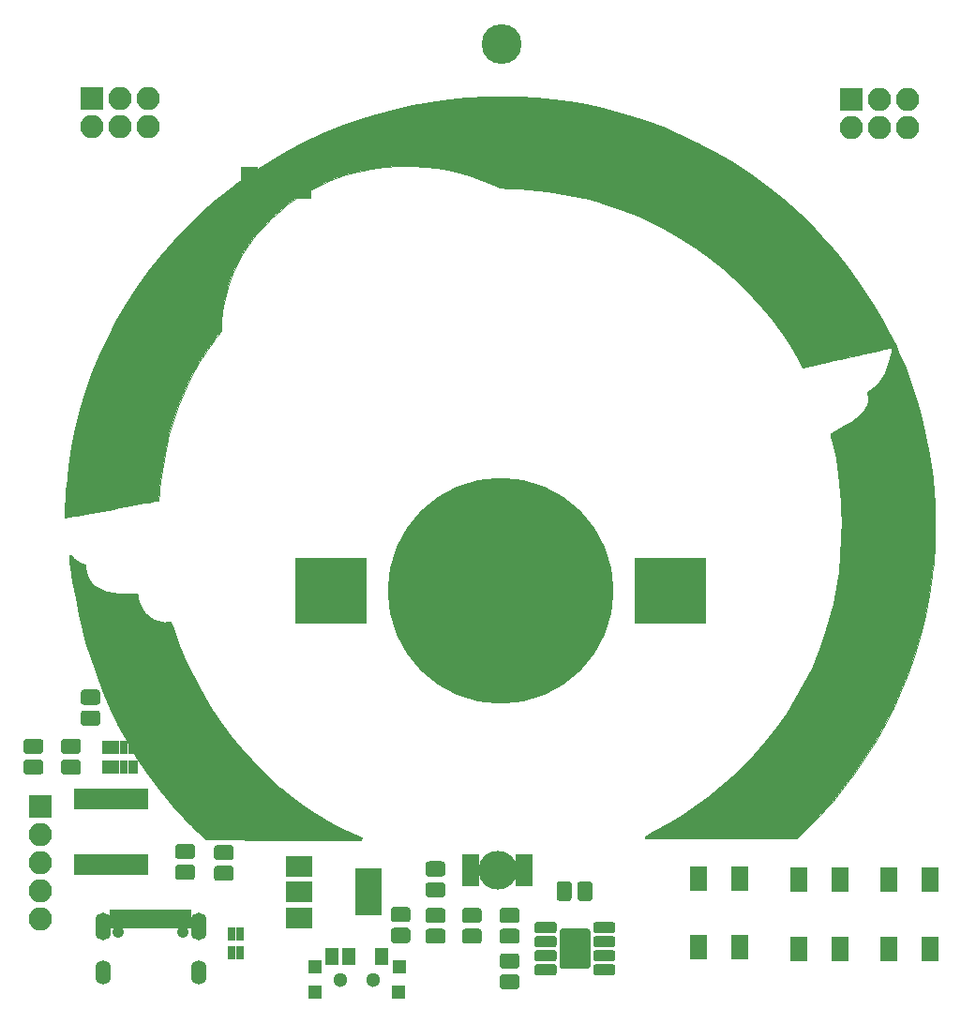
<source format=gbr>
G04 #@! TF.GenerationSoftware,KiCad,Pcbnew,5.1.5*
G04 #@! TF.CreationDate,2020-02-13T15:58:18-06:00*
G04 #@! TF.ProjectId,FJE Badge,464a4520-4261-4646-9765-2e6b69636164,rev?*
G04 #@! TF.SameCoordinates,Original*
G04 #@! TF.FileFunction,Soldermask,Bot*
G04 #@! TF.FilePolarity,Negative*
%FSLAX46Y46*%
G04 Gerber Fmt 4.6, Leading zero omitted, Abs format (unit mm)*
G04 Created by KiCad (PCBNEW 5.1.5) date 2020-02-13 15:58:18*
%MOMM*%
%LPD*%
G04 APERTURE LIST*
%ADD10C,0.010000*%
%ADD11R,1.600000X3.000000*%
%ADD12C,3.500000*%
%ADD13C,3.600000*%
%ADD14R,6.400000X5.900000*%
%ADD15C,20.400000*%
%ADD16C,0.100000*%
%ADD17O,1.400000X2.500000*%
%ADD18O,1.400000X2.200000*%
%ADD19R,0.650000X1.800000*%
%ADD20C,1.050000*%
%ADD21R,2.100000X2.100000*%
%ADD22O,2.100000X2.100000*%
%ADD23C,1.300000*%
%ADD24R,1.300000X1.650000*%
%ADD25R,1.200000X1.300000*%
%ADD26R,0.800000X1.300000*%
%ADD27R,0.900000X1.200000*%
%ADD28R,0.800000X1.200000*%
%ADD29R,1.500000X2.200000*%
%ADD30R,2.400000X4.200000*%
%ADD31R,2.400000X1.900000*%
%ADD32R,0.850000X1.850000*%
G04 APERTURE END LIST*
D10*
G36*
X116829662Y-102956084D02*
G01*
X116914529Y-103032197D01*
X117017466Y-103179299D01*
X117022927Y-103188017D01*
X117212977Y-103421108D01*
X117463334Y-103604156D01*
X117780515Y-103741698D01*
X117847927Y-103762782D01*
X118066688Y-103827645D01*
X118117653Y-104132572D01*
X118188639Y-104476609D01*
X118279836Y-104793305D01*
X118384197Y-105060109D01*
X118443638Y-105175662D01*
X118656613Y-105479581D01*
X118920906Y-105739727D01*
X119240139Y-105957428D01*
X119617938Y-106134015D01*
X120057925Y-106270816D01*
X120563726Y-106369162D01*
X121138964Y-106430381D01*
X121787263Y-106455804D01*
X121935523Y-106456722D01*
X122770546Y-106457480D01*
X122795826Y-106611656D01*
X122848121Y-106843694D01*
X122930889Y-107114159D01*
X123031945Y-107388342D01*
X123139109Y-107631535D01*
X123184253Y-107718333D01*
X123333893Y-107944607D01*
X123531359Y-108181445D01*
X123756063Y-108408392D01*
X123987421Y-108604996D01*
X124204845Y-108750804D01*
X124244822Y-108772058D01*
X124585166Y-108918108D01*
X124911874Y-108999918D01*
X125257353Y-109024303D01*
X125418888Y-109018881D01*
X125800277Y-108996335D01*
X126004638Y-109595584D01*
X126551738Y-111075859D01*
X127175910Y-112537835D01*
X127873336Y-113975836D01*
X128640198Y-115384191D01*
X129472679Y-116757224D01*
X130366961Y-118089262D01*
X131319226Y-119374632D01*
X132325657Y-120607659D01*
X133382436Y-121782671D01*
X134485745Y-122893992D01*
X135631767Y-123935951D01*
X135684333Y-123981161D01*
X136648446Y-124768489D01*
X137654028Y-125513475D01*
X138689670Y-126209045D01*
X139743961Y-126848121D01*
X140805491Y-127423630D01*
X141862850Y-127928496D01*
X142457666Y-128181283D01*
X143029166Y-128412935D01*
X143029166Y-128553137D01*
X143012507Y-128661924D01*
X142965666Y-128696471D01*
X142917051Y-128696671D01*
X142788235Y-128696588D01*
X142583683Y-128696235D01*
X142307859Y-128695624D01*
X141965229Y-128694769D01*
X141560258Y-128693683D01*
X141097410Y-128692379D01*
X140581150Y-128690870D01*
X140015944Y-128689168D01*
X139406255Y-128687288D01*
X138756551Y-128685241D01*
X138071294Y-128683041D01*
X137354950Y-128680702D01*
X136611984Y-128678235D01*
X135914405Y-128675884D01*
X128926644Y-128652166D01*
X128306490Y-128061856D01*
X127988953Y-127752882D01*
X127633736Y-127395711D01*
X127257059Y-127007443D01*
X126875138Y-126605176D01*
X126504193Y-126206011D01*
X126160442Y-125827046D01*
X125860103Y-125485380D01*
X125834861Y-125456000D01*
X124742195Y-124120418D01*
X123719514Y-122744092D01*
X122765609Y-121324742D01*
X121879271Y-119860087D01*
X121059294Y-118347848D01*
X120304468Y-116785746D01*
X119613585Y-115171500D01*
X118985438Y-113502832D01*
X118418819Y-111777461D01*
X118206047Y-111060223D01*
X117843954Y-109719573D01*
X117509526Y-108312837D01*
X117205889Y-106854966D01*
X116936172Y-105360906D01*
X116718386Y-103951114D01*
X116676284Y-103651754D01*
X116645934Y-103425171D01*
X116626695Y-103260389D01*
X116617927Y-103146431D01*
X116618989Y-103072318D01*
X116629240Y-103027075D01*
X116648041Y-102999724D01*
X116662201Y-102988031D01*
X116749881Y-102943761D01*
X116829662Y-102956084D01*
G37*
X116829662Y-102956084D02*
X116914529Y-103032197D01*
X117017466Y-103179299D01*
X117022927Y-103188017D01*
X117212977Y-103421108D01*
X117463334Y-103604156D01*
X117780515Y-103741698D01*
X117847927Y-103762782D01*
X118066688Y-103827645D01*
X118117653Y-104132572D01*
X118188639Y-104476609D01*
X118279836Y-104793305D01*
X118384197Y-105060109D01*
X118443638Y-105175662D01*
X118656613Y-105479581D01*
X118920906Y-105739727D01*
X119240139Y-105957428D01*
X119617938Y-106134015D01*
X120057925Y-106270816D01*
X120563726Y-106369162D01*
X121138964Y-106430381D01*
X121787263Y-106455804D01*
X121935523Y-106456722D01*
X122770546Y-106457480D01*
X122795826Y-106611656D01*
X122848121Y-106843694D01*
X122930889Y-107114159D01*
X123031945Y-107388342D01*
X123139109Y-107631535D01*
X123184253Y-107718333D01*
X123333893Y-107944607D01*
X123531359Y-108181445D01*
X123756063Y-108408392D01*
X123987421Y-108604996D01*
X124204845Y-108750804D01*
X124244822Y-108772058D01*
X124585166Y-108918108D01*
X124911874Y-108999918D01*
X125257353Y-109024303D01*
X125418888Y-109018881D01*
X125800277Y-108996335D01*
X126004638Y-109595584D01*
X126551738Y-111075859D01*
X127175910Y-112537835D01*
X127873336Y-113975836D01*
X128640198Y-115384191D01*
X129472679Y-116757224D01*
X130366961Y-118089262D01*
X131319226Y-119374632D01*
X132325657Y-120607659D01*
X133382436Y-121782671D01*
X134485745Y-122893992D01*
X135631767Y-123935951D01*
X135684333Y-123981161D01*
X136648446Y-124768489D01*
X137654028Y-125513475D01*
X138689670Y-126209045D01*
X139743961Y-126848121D01*
X140805491Y-127423630D01*
X141862850Y-127928496D01*
X142457666Y-128181283D01*
X143029166Y-128412935D01*
X143029166Y-128553137D01*
X143012507Y-128661924D01*
X142965666Y-128696471D01*
X142917051Y-128696671D01*
X142788235Y-128696588D01*
X142583683Y-128696235D01*
X142307859Y-128695624D01*
X141965229Y-128694769D01*
X141560258Y-128693683D01*
X141097410Y-128692379D01*
X140581150Y-128690870D01*
X140015944Y-128689168D01*
X139406255Y-128687288D01*
X138756551Y-128685241D01*
X138071294Y-128683041D01*
X137354950Y-128680702D01*
X136611984Y-128678235D01*
X135914405Y-128675884D01*
X128926644Y-128652166D01*
X128306490Y-128061856D01*
X127988953Y-127752882D01*
X127633736Y-127395711D01*
X127257059Y-127007443D01*
X126875138Y-126605176D01*
X126504193Y-126206011D01*
X126160442Y-125827046D01*
X125860103Y-125485380D01*
X125834861Y-125456000D01*
X124742195Y-124120418D01*
X123719514Y-122744092D01*
X122765609Y-121324742D01*
X121879271Y-119860087D01*
X121059294Y-118347848D01*
X120304468Y-116785746D01*
X119613585Y-115171500D01*
X118985438Y-113502832D01*
X118418819Y-111777461D01*
X118206047Y-111060223D01*
X117843954Y-109719573D01*
X117509526Y-108312837D01*
X117205889Y-106854966D01*
X116936172Y-105360906D01*
X116718386Y-103951114D01*
X116676284Y-103651754D01*
X116645934Y-103425171D01*
X116626695Y-103260389D01*
X116617927Y-103146431D01*
X116618989Y-103072318D01*
X116629240Y-103027075D01*
X116648041Y-102999724D01*
X116662201Y-102988031D01*
X116749881Y-102943761D01*
X116829662Y-102956084D01*
G36*
X157257811Y-61587564D02*
G01*
X158801541Y-61671649D01*
X160313137Y-61814213D01*
X161808879Y-62017186D01*
X163305048Y-62282501D01*
X164817925Y-62612088D01*
X165093470Y-62678436D01*
X166841008Y-63148134D01*
X168557388Y-63695298D01*
X170240374Y-64318142D01*
X171887728Y-65014881D01*
X173497214Y-65783728D01*
X175066596Y-66622899D01*
X176593636Y-67530607D01*
X178076099Y-68505067D01*
X179511747Y-69544493D01*
X180898344Y-70647098D01*
X182233653Y-71811097D01*
X183515437Y-73034705D01*
X184741461Y-74316136D01*
X185909486Y-75653603D01*
X187017277Y-77045322D01*
X188062596Y-78489505D01*
X189043208Y-79984368D01*
X189956875Y-81528125D01*
X190801361Y-83118990D01*
X190871827Y-83260250D01*
X190974980Y-83461401D01*
X191069028Y-83632448D01*
X191146255Y-83760275D01*
X191198943Y-83831767D01*
X191214356Y-83842333D01*
X191253934Y-83879230D01*
X191268000Y-83960332D01*
X191285067Y-84040214D01*
X191331970Y-84179377D01*
X191402257Y-84360603D01*
X191489478Y-84566677D01*
X191525229Y-84646836D01*
X192130251Y-86072502D01*
X192682146Y-87554692D01*
X193177600Y-89081462D01*
X193613298Y-90640874D01*
X193985927Y-92220987D01*
X194292172Y-93809859D01*
X194528718Y-95395550D01*
X194545077Y-95526333D01*
X194602905Y-96007198D01*
X194651549Y-96441713D01*
X194691764Y-96843694D01*
X194724306Y-97226955D01*
X194749930Y-97605313D01*
X194769393Y-97992583D01*
X194783451Y-98402583D01*
X194792859Y-98849126D01*
X194798373Y-99346029D01*
X194800749Y-99907109D01*
X194800997Y-100204166D01*
X194799878Y-100798371D01*
X194796017Y-101321729D01*
X194788655Y-101788038D01*
X194777035Y-102211095D01*
X194760399Y-102604696D01*
X194737989Y-102982640D01*
X194709047Y-103358723D01*
X194672816Y-103746742D01*
X194628536Y-104160494D01*
X194575452Y-104613777D01*
X194545212Y-104860833D01*
X194283579Y-106631950D01*
X193939659Y-108386670D01*
X193514733Y-110121823D01*
X193010082Y-111834238D01*
X192426988Y-113520743D01*
X191766732Y-115178168D01*
X191030595Y-116803340D01*
X190219857Y-118393090D01*
X189335802Y-119944245D01*
X188379708Y-121453636D01*
X187352859Y-122918090D01*
X187127167Y-123221194D01*
X186588321Y-123923695D01*
X186060303Y-124582645D01*
X185528505Y-125214764D01*
X184978324Y-125836772D01*
X184395153Y-126465387D01*
X183764388Y-127117330D01*
X183427619Y-127456250D01*
X182335907Y-128546333D01*
X168667623Y-128546333D01*
X168654228Y-128429916D01*
X168653241Y-128389963D01*
X168666304Y-128352515D01*
X168702512Y-128311348D01*
X168770960Y-128260240D01*
X168880743Y-128192966D01*
X169040957Y-128103302D01*
X169260696Y-127985026D01*
X169456317Y-127881072D01*
X170778725Y-127148942D01*
X172027695Y-126392749D01*
X173212683Y-125605650D01*
X174343149Y-124780806D01*
X175428548Y-123911376D01*
X176478339Y-122990518D01*
X177313365Y-122198002D01*
X178442900Y-121032261D01*
X179498015Y-119826190D01*
X180478886Y-118579509D01*
X181385690Y-117291937D01*
X182218603Y-115963192D01*
X182977801Y-114592992D01*
X183663462Y-113181057D01*
X184275762Y-111727103D01*
X184812784Y-110237166D01*
X185249873Y-108807048D01*
X185613995Y-107371620D01*
X185906160Y-105923598D01*
X186127380Y-104455697D01*
X186278663Y-102960632D01*
X186361022Y-101431118D01*
X186375465Y-99859870D01*
X186358653Y-99091320D01*
X186320738Y-98147783D01*
X186267844Y-97274782D01*
X186198208Y-96459226D01*
X186110061Y-95688021D01*
X186001639Y-94948075D01*
X185871176Y-94226296D01*
X185716904Y-93509590D01*
X185537059Y-92784865D01*
X185478537Y-92566432D01*
X185417146Y-92335861D01*
X185378100Y-92173621D01*
X185359438Y-92066938D01*
X185359195Y-92003042D01*
X185375409Y-91969160D01*
X185385539Y-91961460D01*
X185441464Y-91930310D01*
X185558900Y-91866483D01*
X185724628Y-91777108D01*
X185925434Y-91669315D01*
X186124500Y-91562834D01*
X186724298Y-91227644D01*
X187243132Y-90905284D01*
X187683350Y-90593512D01*
X188047303Y-90290087D01*
X188337340Y-89992768D01*
X188555811Y-89699314D01*
X188705066Y-89407482D01*
X188787454Y-89115031D01*
X188801173Y-89009429D01*
X188795763Y-88702111D01*
X188731871Y-88395957D01*
X188705801Y-88321075D01*
X188724028Y-88264614D01*
X188815384Y-88183179D01*
X188946696Y-88095917D01*
X189326965Y-87812645D01*
X189675294Y-87453232D01*
X189989962Y-87020627D01*
X190269247Y-86517779D01*
X190511426Y-85947639D01*
X190714777Y-85313155D01*
X190821408Y-84885153D01*
X190864350Y-84681595D01*
X190897475Y-84501222D01*
X190917451Y-84363915D01*
X190921086Y-84290491D01*
X190916965Y-84274960D01*
X190905976Y-84263013D01*
X190883045Y-84255673D01*
X190843100Y-84253968D01*
X190781069Y-84258922D01*
X190691879Y-84271560D01*
X190570458Y-84292910D01*
X190411734Y-84323995D01*
X190210635Y-84365843D01*
X189962088Y-84419477D01*
X189661021Y-84485924D01*
X189302362Y-84566210D01*
X188881037Y-84661359D01*
X188391976Y-84772398D01*
X187830106Y-84900351D01*
X187246333Y-85033476D01*
X186694353Y-85159366D01*
X186159407Y-85281329D01*
X185648163Y-85397846D01*
X185167291Y-85507399D01*
X184723460Y-85608471D01*
X184323340Y-85699543D01*
X183973600Y-85779098D01*
X183680909Y-85845616D01*
X183451936Y-85897580D01*
X183293351Y-85933472D01*
X183220363Y-85949879D01*
X182856226Y-86030982D01*
X182588033Y-85539907D01*
X181807939Y-84199308D01*
X180957458Y-82903339D01*
X180039565Y-81654372D01*
X179057236Y-80454776D01*
X178013449Y-79306921D01*
X176911180Y-78213176D01*
X175753406Y-77175911D01*
X174543102Y-76197496D01*
X173283246Y-75280301D01*
X171976814Y-74426695D01*
X170626783Y-73639048D01*
X169236129Y-72919730D01*
X167807828Y-72271111D01*
X166344858Y-71695560D01*
X164850195Y-71195447D01*
X164403755Y-71062700D01*
X163530731Y-70826293D01*
X162624591Y-70610733D01*
X161699578Y-70418255D01*
X160769938Y-70251093D01*
X159849913Y-70111480D01*
X158953748Y-70001651D01*
X158095687Y-69923840D01*
X157289974Y-69880282D01*
X156808666Y-69871413D01*
X156384146Y-69864106D01*
X156029630Y-69843296D01*
X155731247Y-69807029D01*
X155475126Y-69753353D01*
X155247395Y-69680314D01*
X155141673Y-69636735D01*
X154036543Y-69175980D01*
X152962356Y-68786475D01*
X151908518Y-68465692D01*
X150864432Y-68211103D01*
X149819505Y-68020182D01*
X148763141Y-67890401D01*
X147684746Y-67819232D01*
X147495333Y-67812686D01*
X146293139Y-67817720D01*
X145095961Y-67904079D01*
X143909077Y-68070097D01*
X142737765Y-68314110D01*
X141587306Y-68634453D01*
X140462979Y-69029461D01*
X139370061Y-69497470D01*
X138313834Y-70036813D01*
X137299575Y-70645826D01*
X136332564Y-71322845D01*
X136309201Y-71340506D01*
X135839168Y-71714207D01*
X135352929Y-72133322D01*
X134867774Y-72581242D01*
X134400991Y-73041357D01*
X133969869Y-73497061D01*
X133591698Y-73931744D01*
X133518857Y-74021000D01*
X132852047Y-74911342D01*
X132260503Y-75832540D01*
X131745698Y-76781384D01*
X131309107Y-77754667D01*
X130952205Y-78749181D01*
X130676466Y-79761718D01*
X130522258Y-80540333D01*
X130473226Y-80840882D01*
X130436710Y-81084335D01*
X130409950Y-81296876D01*
X130390182Y-81504685D01*
X130374645Y-81733945D01*
X130360577Y-82010837D01*
X130355687Y-82119375D01*
X130327238Y-82762833D01*
X129959443Y-83216237D01*
X129780882Y-83446673D01*
X129569872Y-83736010D01*
X129336101Y-84069712D01*
X129089258Y-84433244D01*
X128839031Y-84812070D01*
X128595108Y-85191655D01*
X128367178Y-85557464D01*
X128164930Y-85894961D01*
X128105144Y-85998221D01*
X127493068Y-87136404D01*
X126943688Y-88306785D01*
X126455652Y-89513901D01*
X126027607Y-90762289D01*
X125658201Y-92056486D01*
X125346081Y-93401029D01*
X125089895Y-94800456D01*
X124888289Y-96259303D01*
X124800856Y-97081575D01*
X124774439Y-97351232D01*
X124749741Y-97591188D01*
X124728133Y-97789092D01*
X124710983Y-97932593D01*
X124699661Y-98009340D01*
X124696967Y-98018703D01*
X124653345Y-98029212D01*
X124533321Y-98053532D01*
X124343653Y-98090422D01*
X124091097Y-98138643D01*
X123782412Y-98196954D01*
X123424355Y-98264115D01*
X123023684Y-98338885D01*
X122587155Y-98420025D01*
X122121527Y-98506294D01*
X121633556Y-98596452D01*
X121130001Y-98689258D01*
X120617619Y-98783472D01*
X120103167Y-98877855D01*
X119593402Y-98971165D01*
X119095083Y-99062163D01*
X118614967Y-99149608D01*
X118159811Y-99232260D01*
X117736373Y-99308878D01*
X117351409Y-99378223D01*
X117011678Y-99439054D01*
X116723938Y-99490132D01*
X116494945Y-99530214D01*
X116331457Y-99558062D01*
X116240231Y-99572436D01*
X116222916Y-99574027D01*
X116218552Y-99526741D01*
X116218995Y-99406455D01*
X116223682Y-99224667D01*
X116232050Y-98992873D01*
X116243537Y-98722570D01*
X116257580Y-98425254D01*
X116273617Y-98112424D01*
X116291084Y-97795575D01*
X116309421Y-97486205D01*
X116328063Y-97195809D01*
X116346449Y-96935886D01*
X116360902Y-96754000D01*
X116553022Y-94985933D01*
X116826712Y-93237728D01*
X117180742Y-91511568D01*
X117613881Y-89809636D01*
X118124899Y-88134115D01*
X118712564Y-86487190D01*
X119375647Y-84871043D01*
X120112918Y-83287859D01*
X120923145Y-81739820D01*
X121805098Y-80229110D01*
X122757546Y-78757912D01*
X123779260Y-77328411D01*
X124869008Y-75942789D01*
X126025560Y-74603230D01*
X127247686Y-73311918D01*
X128534154Y-72071035D01*
X129883736Y-70882766D01*
X131295199Y-69749294D01*
X131789666Y-69376271D01*
X133239236Y-68351973D01*
X134743433Y-67389921D01*
X136296586Y-66492927D01*
X137893020Y-65663806D01*
X139527063Y-64905371D01*
X141193041Y-64220435D01*
X142885282Y-63611810D01*
X144320333Y-63162351D01*
X145967419Y-62716726D01*
X147606023Y-62345906D01*
X149246743Y-62048394D01*
X150900177Y-61822694D01*
X152576923Y-61667309D01*
X154287579Y-61580741D01*
X155665666Y-61560027D01*
X157257811Y-61587564D01*
G37*
X157257811Y-61587564D02*
X158801541Y-61671649D01*
X160313137Y-61814213D01*
X161808879Y-62017186D01*
X163305048Y-62282501D01*
X164817925Y-62612088D01*
X165093470Y-62678436D01*
X166841008Y-63148134D01*
X168557388Y-63695298D01*
X170240374Y-64318142D01*
X171887728Y-65014881D01*
X173497214Y-65783728D01*
X175066596Y-66622899D01*
X176593636Y-67530607D01*
X178076099Y-68505067D01*
X179511747Y-69544493D01*
X180898344Y-70647098D01*
X182233653Y-71811097D01*
X183515437Y-73034705D01*
X184741461Y-74316136D01*
X185909486Y-75653603D01*
X187017277Y-77045322D01*
X188062596Y-78489505D01*
X189043208Y-79984368D01*
X189956875Y-81528125D01*
X190801361Y-83118990D01*
X190871827Y-83260250D01*
X190974980Y-83461401D01*
X191069028Y-83632448D01*
X191146255Y-83760275D01*
X191198943Y-83831767D01*
X191214356Y-83842333D01*
X191253934Y-83879230D01*
X191268000Y-83960332D01*
X191285067Y-84040214D01*
X191331970Y-84179377D01*
X191402257Y-84360603D01*
X191489478Y-84566677D01*
X191525229Y-84646836D01*
X192130251Y-86072502D01*
X192682146Y-87554692D01*
X193177600Y-89081462D01*
X193613298Y-90640874D01*
X193985927Y-92220987D01*
X194292172Y-93809859D01*
X194528718Y-95395550D01*
X194545077Y-95526333D01*
X194602905Y-96007198D01*
X194651549Y-96441713D01*
X194691764Y-96843694D01*
X194724306Y-97226955D01*
X194749930Y-97605313D01*
X194769393Y-97992583D01*
X194783451Y-98402583D01*
X194792859Y-98849126D01*
X194798373Y-99346029D01*
X194800749Y-99907109D01*
X194800997Y-100204166D01*
X194799878Y-100798371D01*
X194796017Y-101321729D01*
X194788655Y-101788038D01*
X194777035Y-102211095D01*
X194760399Y-102604696D01*
X194737989Y-102982640D01*
X194709047Y-103358723D01*
X194672816Y-103746742D01*
X194628536Y-104160494D01*
X194575452Y-104613777D01*
X194545212Y-104860833D01*
X194283579Y-106631950D01*
X193939659Y-108386670D01*
X193514733Y-110121823D01*
X193010082Y-111834238D01*
X192426988Y-113520743D01*
X191766732Y-115178168D01*
X191030595Y-116803340D01*
X190219857Y-118393090D01*
X189335802Y-119944245D01*
X188379708Y-121453636D01*
X187352859Y-122918090D01*
X187127167Y-123221194D01*
X186588321Y-123923695D01*
X186060303Y-124582645D01*
X185528505Y-125214764D01*
X184978324Y-125836772D01*
X184395153Y-126465387D01*
X183764388Y-127117330D01*
X183427619Y-127456250D01*
X182335907Y-128546333D01*
X168667623Y-128546333D01*
X168654228Y-128429916D01*
X168653241Y-128389963D01*
X168666304Y-128352515D01*
X168702512Y-128311348D01*
X168770960Y-128260240D01*
X168880743Y-128192966D01*
X169040957Y-128103302D01*
X169260696Y-127985026D01*
X169456317Y-127881072D01*
X170778725Y-127148942D01*
X172027695Y-126392749D01*
X173212683Y-125605650D01*
X174343149Y-124780806D01*
X175428548Y-123911376D01*
X176478339Y-122990518D01*
X177313365Y-122198002D01*
X178442900Y-121032261D01*
X179498015Y-119826190D01*
X180478886Y-118579509D01*
X181385690Y-117291937D01*
X182218603Y-115963192D01*
X182977801Y-114592992D01*
X183663462Y-113181057D01*
X184275762Y-111727103D01*
X184812784Y-110237166D01*
X185249873Y-108807048D01*
X185613995Y-107371620D01*
X185906160Y-105923598D01*
X186127380Y-104455697D01*
X186278663Y-102960632D01*
X186361022Y-101431118D01*
X186375465Y-99859870D01*
X186358653Y-99091320D01*
X186320738Y-98147783D01*
X186267844Y-97274782D01*
X186198208Y-96459226D01*
X186110061Y-95688021D01*
X186001639Y-94948075D01*
X185871176Y-94226296D01*
X185716904Y-93509590D01*
X185537059Y-92784865D01*
X185478537Y-92566432D01*
X185417146Y-92335861D01*
X185378100Y-92173621D01*
X185359438Y-92066938D01*
X185359195Y-92003042D01*
X185375409Y-91969160D01*
X185385539Y-91961460D01*
X185441464Y-91930310D01*
X185558900Y-91866483D01*
X185724628Y-91777108D01*
X185925434Y-91669315D01*
X186124500Y-91562834D01*
X186724298Y-91227644D01*
X187243132Y-90905284D01*
X187683350Y-90593512D01*
X188047303Y-90290087D01*
X188337340Y-89992768D01*
X188555811Y-89699314D01*
X188705066Y-89407482D01*
X188787454Y-89115031D01*
X188801173Y-89009429D01*
X188795763Y-88702111D01*
X188731871Y-88395957D01*
X188705801Y-88321075D01*
X188724028Y-88264614D01*
X188815384Y-88183179D01*
X188946696Y-88095917D01*
X189326965Y-87812645D01*
X189675294Y-87453232D01*
X189989962Y-87020627D01*
X190269247Y-86517779D01*
X190511426Y-85947639D01*
X190714777Y-85313155D01*
X190821408Y-84885153D01*
X190864350Y-84681595D01*
X190897475Y-84501222D01*
X190917451Y-84363915D01*
X190921086Y-84290491D01*
X190916965Y-84274960D01*
X190905976Y-84263013D01*
X190883045Y-84255673D01*
X190843100Y-84253968D01*
X190781069Y-84258922D01*
X190691879Y-84271560D01*
X190570458Y-84292910D01*
X190411734Y-84323995D01*
X190210635Y-84365843D01*
X189962088Y-84419477D01*
X189661021Y-84485924D01*
X189302362Y-84566210D01*
X188881037Y-84661359D01*
X188391976Y-84772398D01*
X187830106Y-84900351D01*
X187246333Y-85033476D01*
X186694353Y-85159366D01*
X186159407Y-85281329D01*
X185648163Y-85397846D01*
X185167291Y-85507399D01*
X184723460Y-85608471D01*
X184323340Y-85699543D01*
X183973600Y-85779098D01*
X183680909Y-85845616D01*
X183451936Y-85897580D01*
X183293351Y-85933472D01*
X183220363Y-85949879D01*
X182856226Y-86030982D01*
X182588033Y-85539907D01*
X181807939Y-84199308D01*
X180957458Y-82903339D01*
X180039565Y-81654372D01*
X179057236Y-80454776D01*
X178013449Y-79306921D01*
X176911180Y-78213176D01*
X175753406Y-77175911D01*
X174543102Y-76197496D01*
X173283246Y-75280301D01*
X171976814Y-74426695D01*
X170626783Y-73639048D01*
X169236129Y-72919730D01*
X167807828Y-72271111D01*
X166344858Y-71695560D01*
X164850195Y-71195447D01*
X164403755Y-71062700D01*
X163530731Y-70826293D01*
X162624591Y-70610733D01*
X161699578Y-70418255D01*
X160769938Y-70251093D01*
X159849913Y-70111480D01*
X158953748Y-70001651D01*
X158095687Y-69923840D01*
X157289974Y-69880282D01*
X156808666Y-69871413D01*
X156384146Y-69864106D01*
X156029630Y-69843296D01*
X155731247Y-69807029D01*
X155475126Y-69753353D01*
X155247395Y-69680314D01*
X155141673Y-69636735D01*
X154036543Y-69175980D01*
X152962356Y-68786475D01*
X151908518Y-68465692D01*
X150864432Y-68211103D01*
X149819505Y-68020182D01*
X148763141Y-67890401D01*
X147684746Y-67819232D01*
X147495333Y-67812686D01*
X146293139Y-67817720D01*
X145095961Y-67904079D01*
X143909077Y-68070097D01*
X142737765Y-68314110D01*
X141587306Y-68634453D01*
X140462979Y-69029461D01*
X139370061Y-69497470D01*
X138313834Y-70036813D01*
X137299575Y-70645826D01*
X136332564Y-71322845D01*
X136309201Y-71340506D01*
X135839168Y-71714207D01*
X135352929Y-72133322D01*
X134867774Y-72581242D01*
X134400991Y-73041357D01*
X133969869Y-73497061D01*
X133591698Y-73931744D01*
X133518857Y-74021000D01*
X132852047Y-74911342D01*
X132260503Y-75832540D01*
X131745698Y-76781384D01*
X131309107Y-77754667D01*
X130952205Y-78749181D01*
X130676466Y-79761718D01*
X130522258Y-80540333D01*
X130473226Y-80840882D01*
X130436710Y-81084335D01*
X130409950Y-81296876D01*
X130390182Y-81504685D01*
X130374645Y-81733945D01*
X130360577Y-82010837D01*
X130355687Y-82119375D01*
X130327238Y-82762833D01*
X129959443Y-83216237D01*
X129780882Y-83446673D01*
X129569872Y-83736010D01*
X129336101Y-84069712D01*
X129089258Y-84433244D01*
X128839031Y-84812070D01*
X128595108Y-85191655D01*
X128367178Y-85557464D01*
X128164930Y-85894961D01*
X128105144Y-85998221D01*
X127493068Y-87136404D01*
X126943688Y-88306785D01*
X126455652Y-89513901D01*
X126027607Y-90762289D01*
X125658201Y-92056486D01*
X125346081Y-93401029D01*
X125089895Y-94800456D01*
X124888289Y-96259303D01*
X124800856Y-97081575D01*
X124774439Y-97351232D01*
X124749741Y-97591188D01*
X124728133Y-97789092D01*
X124710983Y-97932593D01*
X124699661Y-98009340D01*
X124696967Y-98018703D01*
X124653345Y-98029212D01*
X124533321Y-98053532D01*
X124343653Y-98090422D01*
X124091097Y-98138643D01*
X123782412Y-98196954D01*
X123424355Y-98264115D01*
X123023684Y-98338885D01*
X122587155Y-98420025D01*
X122121527Y-98506294D01*
X121633556Y-98596452D01*
X121130001Y-98689258D01*
X120617619Y-98783472D01*
X120103167Y-98877855D01*
X119593402Y-98971165D01*
X119095083Y-99062163D01*
X118614967Y-99149608D01*
X118159811Y-99232260D01*
X117736373Y-99308878D01*
X117351409Y-99378223D01*
X117011678Y-99439054D01*
X116723938Y-99490132D01*
X116494945Y-99530214D01*
X116331457Y-99558062D01*
X116240231Y-99572436D01*
X116222916Y-99574027D01*
X116218552Y-99526741D01*
X116218995Y-99406455D01*
X116223682Y-99224667D01*
X116232050Y-98992873D01*
X116243537Y-98722570D01*
X116257580Y-98425254D01*
X116273617Y-98112424D01*
X116291084Y-97795575D01*
X116309421Y-97486205D01*
X116328063Y-97195809D01*
X116346449Y-96935886D01*
X116360902Y-96754000D01*
X116553022Y-94985933D01*
X116826712Y-93237728D01*
X117180742Y-91511568D01*
X117613881Y-89809636D01*
X118124899Y-88134115D01*
X118712564Y-86487190D01*
X119375647Y-84871043D01*
X120112918Y-83287859D01*
X120923145Y-81739820D01*
X121805098Y-80229110D01*
X122757546Y-78757912D01*
X123779260Y-77328411D01*
X124869008Y-75942789D01*
X126025560Y-74603230D01*
X127247686Y-73311918D01*
X128534154Y-72071035D01*
X129883736Y-70882766D01*
X131295199Y-69749294D01*
X131789666Y-69376271D01*
X133239236Y-68351973D01*
X134743433Y-67389921D01*
X136296586Y-66492927D01*
X137893020Y-65663806D01*
X139527063Y-64905371D01*
X141193041Y-64220435D01*
X142885282Y-63611810D01*
X144320333Y-63162351D01*
X145967419Y-62716726D01*
X147606023Y-62345906D01*
X149246743Y-62048394D01*
X150900177Y-61822694D01*
X152576923Y-61667309D01*
X154287579Y-61580741D01*
X155665666Y-61560027D01*
X157257811Y-61587564D01*
D11*
X157700000Y-131400000D03*
X152900000Y-131400000D03*
D12*
X155300000Y-131400000D03*
X155300000Y-131400000D03*
D13*
X155700000Y-56800000D03*
D14*
X140300000Y-106200000D03*
X170900000Y-106200000D03*
D15*
X155600000Y-106200000D03*
D16*
G36*
X156989943Y-136689155D02*
G01*
X157023312Y-136694105D01*
X157056035Y-136702302D01*
X157087797Y-136713666D01*
X157118293Y-136728090D01*
X157147227Y-136745432D01*
X157174323Y-136765528D01*
X157199318Y-136788182D01*
X157221972Y-136813177D01*
X157242068Y-136840273D01*
X157259410Y-136869207D01*
X157273834Y-136899703D01*
X157285198Y-136931465D01*
X157293395Y-136964188D01*
X157298345Y-136997557D01*
X157300000Y-137031250D01*
X157300000Y-137718750D01*
X157298345Y-137752443D01*
X157293395Y-137785812D01*
X157285198Y-137818535D01*
X157273834Y-137850297D01*
X157259410Y-137880793D01*
X157242068Y-137909727D01*
X157221972Y-137936823D01*
X157199318Y-137961818D01*
X157174323Y-137984472D01*
X157147227Y-138004568D01*
X157118293Y-138021910D01*
X157087797Y-138036334D01*
X157056035Y-138047698D01*
X157023312Y-138055895D01*
X156989943Y-138060845D01*
X156956250Y-138062500D01*
X155843750Y-138062500D01*
X155810057Y-138060845D01*
X155776688Y-138055895D01*
X155743965Y-138047698D01*
X155712203Y-138036334D01*
X155681707Y-138021910D01*
X155652773Y-138004568D01*
X155625677Y-137984472D01*
X155600682Y-137961818D01*
X155578028Y-137936823D01*
X155557932Y-137909727D01*
X155540590Y-137880793D01*
X155526166Y-137850297D01*
X155514802Y-137818535D01*
X155506605Y-137785812D01*
X155501655Y-137752443D01*
X155500000Y-137718750D01*
X155500000Y-137031250D01*
X155501655Y-136997557D01*
X155506605Y-136964188D01*
X155514802Y-136931465D01*
X155526166Y-136899703D01*
X155540590Y-136869207D01*
X155557932Y-136840273D01*
X155578028Y-136813177D01*
X155600682Y-136788182D01*
X155625677Y-136765528D01*
X155652773Y-136745432D01*
X155681707Y-136728090D01*
X155712203Y-136713666D01*
X155743965Y-136702302D01*
X155776688Y-136694105D01*
X155810057Y-136689155D01*
X155843750Y-136687500D01*
X156956250Y-136687500D01*
X156989943Y-136689155D01*
G37*
G36*
X156989943Y-134814155D02*
G01*
X157023312Y-134819105D01*
X157056035Y-134827302D01*
X157087797Y-134838666D01*
X157118293Y-134853090D01*
X157147227Y-134870432D01*
X157174323Y-134890528D01*
X157199318Y-134913182D01*
X157221972Y-134938177D01*
X157242068Y-134965273D01*
X157259410Y-134994207D01*
X157273834Y-135024703D01*
X157285198Y-135056465D01*
X157293395Y-135089188D01*
X157298345Y-135122557D01*
X157300000Y-135156250D01*
X157300000Y-135843750D01*
X157298345Y-135877443D01*
X157293395Y-135910812D01*
X157285198Y-135943535D01*
X157273834Y-135975297D01*
X157259410Y-136005793D01*
X157242068Y-136034727D01*
X157221972Y-136061823D01*
X157199318Y-136086818D01*
X157174323Y-136109472D01*
X157147227Y-136129568D01*
X157118293Y-136146910D01*
X157087797Y-136161334D01*
X157056035Y-136172698D01*
X157023312Y-136180895D01*
X156989943Y-136185845D01*
X156956250Y-136187500D01*
X155843750Y-136187500D01*
X155810057Y-136185845D01*
X155776688Y-136180895D01*
X155743965Y-136172698D01*
X155712203Y-136161334D01*
X155681707Y-136146910D01*
X155652773Y-136129568D01*
X155625677Y-136109472D01*
X155600682Y-136086818D01*
X155578028Y-136061823D01*
X155557932Y-136034727D01*
X155540590Y-136005793D01*
X155526166Y-135975297D01*
X155514802Y-135943535D01*
X155506605Y-135910812D01*
X155501655Y-135877443D01*
X155500000Y-135843750D01*
X155500000Y-135156250D01*
X155501655Y-135122557D01*
X155506605Y-135089188D01*
X155514802Y-135056465D01*
X155526166Y-135024703D01*
X155540590Y-134994207D01*
X155557932Y-134965273D01*
X155578028Y-134938177D01*
X155600682Y-134913182D01*
X155625677Y-134890528D01*
X155652773Y-134870432D01*
X155681707Y-134853090D01*
X155712203Y-134838666D01*
X155743965Y-134827302D01*
X155776688Y-134819105D01*
X155810057Y-134814155D01*
X155843750Y-134812500D01*
X156956250Y-134812500D01*
X156989943Y-134814155D01*
G37*
G36*
X150289943Y-134814155D02*
G01*
X150323312Y-134819105D01*
X150356035Y-134827302D01*
X150387797Y-134838666D01*
X150418293Y-134853090D01*
X150447227Y-134870432D01*
X150474323Y-134890528D01*
X150499318Y-134913182D01*
X150521972Y-134938177D01*
X150542068Y-134965273D01*
X150559410Y-134994207D01*
X150573834Y-135024703D01*
X150585198Y-135056465D01*
X150593395Y-135089188D01*
X150598345Y-135122557D01*
X150600000Y-135156250D01*
X150600000Y-135843750D01*
X150598345Y-135877443D01*
X150593395Y-135910812D01*
X150585198Y-135943535D01*
X150573834Y-135975297D01*
X150559410Y-136005793D01*
X150542068Y-136034727D01*
X150521972Y-136061823D01*
X150499318Y-136086818D01*
X150474323Y-136109472D01*
X150447227Y-136129568D01*
X150418293Y-136146910D01*
X150387797Y-136161334D01*
X150356035Y-136172698D01*
X150323312Y-136180895D01*
X150289943Y-136185845D01*
X150256250Y-136187500D01*
X149143750Y-136187500D01*
X149110057Y-136185845D01*
X149076688Y-136180895D01*
X149043965Y-136172698D01*
X149012203Y-136161334D01*
X148981707Y-136146910D01*
X148952773Y-136129568D01*
X148925677Y-136109472D01*
X148900682Y-136086818D01*
X148878028Y-136061823D01*
X148857932Y-136034727D01*
X148840590Y-136005793D01*
X148826166Y-135975297D01*
X148814802Y-135943535D01*
X148806605Y-135910812D01*
X148801655Y-135877443D01*
X148800000Y-135843750D01*
X148800000Y-135156250D01*
X148801655Y-135122557D01*
X148806605Y-135089188D01*
X148814802Y-135056465D01*
X148826166Y-135024703D01*
X148840590Y-134994207D01*
X148857932Y-134965273D01*
X148878028Y-134938177D01*
X148900682Y-134913182D01*
X148925677Y-134890528D01*
X148952773Y-134870432D01*
X148981707Y-134853090D01*
X149012203Y-134838666D01*
X149043965Y-134827302D01*
X149076688Y-134819105D01*
X149110057Y-134814155D01*
X149143750Y-134812500D01*
X150256250Y-134812500D01*
X150289943Y-134814155D01*
G37*
G36*
X150289943Y-136689155D02*
G01*
X150323312Y-136694105D01*
X150356035Y-136702302D01*
X150387797Y-136713666D01*
X150418293Y-136728090D01*
X150447227Y-136745432D01*
X150474323Y-136765528D01*
X150499318Y-136788182D01*
X150521972Y-136813177D01*
X150542068Y-136840273D01*
X150559410Y-136869207D01*
X150573834Y-136899703D01*
X150585198Y-136931465D01*
X150593395Y-136964188D01*
X150598345Y-136997557D01*
X150600000Y-137031250D01*
X150600000Y-137718750D01*
X150598345Y-137752443D01*
X150593395Y-137785812D01*
X150585198Y-137818535D01*
X150573834Y-137850297D01*
X150559410Y-137880793D01*
X150542068Y-137909727D01*
X150521972Y-137936823D01*
X150499318Y-137961818D01*
X150474323Y-137984472D01*
X150447227Y-138004568D01*
X150418293Y-138021910D01*
X150387797Y-138036334D01*
X150356035Y-138047698D01*
X150323312Y-138055895D01*
X150289943Y-138060845D01*
X150256250Y-138062500D01*
X149143750Y-138062500D01*
X149110057Y-138060845D01*
X149076688Y-138055895D01*
X149043965Y-138047698D01*
X149012203Y-138036334D01*
X148981707Y-138021910D01*
X148952773Y-138004568D01*
X148925677Y-137984472D01*
X148900682Y-137961818D01*
X148878028Y-137936823D01*
X148857932Y-137909727D01*
X148840590Y-137880793D01*
X148826166Y-137850297D01*
X148814802Y-137818535D01*
X148806605Y-137785812D01*
X148801655Y-137752443D01*
X148800000Y-137718750D01*
X148800000Y-137031250D01*
X148801655Y-136997557D01*
X148806605Y-136964188D01*
X148814802Y-136931465D01*
X148826166Y-136899703D01*
X148840590Y-136869207D01*
X148857932Y-136840273D01*
X148878028Y-136813177D01*
X148900682Y-136788182D01*
X148925677Y-136765528D01*
X148952773Y-136745432D01*
X148981707Y-136728090D01*
X149012203Y-136713666D01*
X149043965Y-136702302D01*
X149076688Y-136694105D01*
X149110057Y-136689155D01*
X149143750Y-136687500D01*
X150256250Y-136687500D01*
X150289943Y-136689155D01*
G37*
G36*
X150289943Y-130614155D02*
G01*
X150323312Y-130619105D01*
X150356035Y-130627302D01*
X150387797Y-130638666D01*
X150418293Y-130653090D01*
X150447227Y-130670432D01*
X150474323Y-130690528D01*
X150499318Y-130713182D01*
X150521972Y-130738177D01*
X150542068Y-130765273D01*
X150559410Y-130794207D01*
X150573834Y-130824703D01*
X150585198Y-130856465D01*
X150593395Y-130889188D01*
X150598345Y-130922557D01*
X150600000Y-130956250D01*
X150600000Y-131643750D01*
X150598345Y-131677443D01*
X150593395Y-131710812D01*
X150585198Y-131743535D01*
X150573834Y-131775297D01*
X150559410Y-131805793D01*
X150542068Y-131834727D01*
X150521972Y-131861823D01*
X150499318Y-131886818D01*
X150474323Y-131909472D01*
X150447227Y-131929568D01*
X150418293Y-131946910D01*
X150387797Y-131961334D01*
X150356035Y-131972698D01*
X150323312Y-131980895D01*
X150289943Y-131985845D01*
X150256250Y-131987500D01*
X149143750Y-131987500D01*
X149110057Y-131985845D01*
X149076688Y-131980895D01*
X149043965Y-131972698D01*
X149012203Y-131961334D01*
X148981707Y-131946910D01*
X148952773Y-131929568D01*
X148925677Y-131909472D01*
X148900682Y-131886818D01*
X148878028Y-131861823D01*
X148857932Y-131834727D01*
X148840590Y-131805793D01*
X148826166Y-131775297D01*
X148814802Y-131743535D01*
X148806605Y-131710812D01*
X148801655Y-131677443D01*
X148800000Y-131643750D01*
X148800000Y-130956250D01*
X148801655Y-130922557D01*
X148806605Y-130889188D01*
X148814802Y-130856465D01*
X148826166Y-130824703D01*
X148840590Y-130794207D01*
X148857932Y-130765273D01*
X148878028Y-130738177D01*
X148900682Y-130713182D01*
X148925677Y-130690528D01*
X148952773Y-130670432D01*
X148981707Y-130653090D01*
X149012203Y-130638666D01*
X149043965Y-130627302D01*
X149076688Y-130619105D01*
X149110057Y-130614155D01*
X149143750Y-130612500D01*
X150256250Y-130612500D01*
X150289943Y-130614155D01*
G37*
G36*
X150289943Y-132489155D02*
G01*
X150323312Y-132494105D01*
X150356035Y-132502302D01*
X150387797Y-132513666D01*
X150418293Y-132528090D01*
X150447227Y-132545432D01*
X150474323Y-132565528D01*
X150499318Y-132588182D01*
X150521972Y-132613177D01*
X150542068Y-132640273D01*
X150559410Y-132669207D01*
X150573834Y-132699703D01*
X150585198Y-132731465D01*
X150593395Y-132764188D01*
X150598345Y-132797557D01*
X150600000Y-132831250D01*
X150600000Y-133518750D01*
X150598345Y-133552443D01*
X150593395Y-133585812D01*
X150585198Y-133618535D01*
X150573834Y-133650297D01*
X150559410Y-133680793D01*
X150542068Y-133709727D01*
X150521972Y-133736823D01*
X150499318Y-133761818D01*
X150474323Y-133784472D01*
X150447227Y-133804568D01*
X150418293Y-133821910D01*
X150387797Y-133836334D01*
X150356035Y-133847698D01*
X150323312Y-133855895D01*
X150289943Y-133860845D01*
X150256250Y-133862500D01*
X149143750Y-133862500D01*
X149110057Y-133860845D01*
X149076688Y-133855895D01*
X149043965Y-133847698D01*
X149012203Y-133836334D01*
X148981707Y-133821910D01*
X148952773Y-133804568D01*
X148925677Y-133784472D01*
X148900682Y-133761818D01*
X148878028Y-133736823D01*
X148857932Y-133709727D01*
X148840590Y-133680793D01*
X148826166Y-133650297D01*
X148814802Y-133618535D01*
X148806605Y-133585812D01*
X148801655Y-133552443D01*
X148800000Y-133518750D01*
X148800000Y-132831250D01*
X148801655Y-132797557D01*
X148806605Y-132764188D01*
X148814802Y-132731465D01*
X148826166Y-132699703D01*
X148840590Y-132669207D01*
X148857932Y-132640273D01*
X148878028Y-132613177D01*
X148900682Y-132588182D01*
X148925677Y-132565528D01*
X148952773Y-132545432D01*
X148981707Y-132528090D01*
X149012203Y-132513666D01*
X149043965Y-132502302D01*
X149076688Y-132494105D01*
X149110057Y-132489155D01*
X149143750Y-132487500D01*
X150256250Y-132487500D01*
X150289943Y-132489155D01*
G37*
G36*
X163577443Y-132401655D02*
G01*
X163610812Y-132406605D01*
X163643535Y-132414802D01*
X163675297Y-132426166D01*
X163705793Y-132440590D01*
X163734727Y-132457932D01*
X163761823Y-132478028D01*
X163786818Y-132500682D01*
X163809472Y-132525677D01*
X163829568Y-132552773D01*
X163846910Y-132581707D01*
X163861334Y-132612203D01*
X163872698Y-132643965D01*
X163880895Y-132676688D01*
X163885845Y-132710057D01*
X163887500Y-132743750D01*
X163887500Y-133856250D01*
X163885845Y-133889943D01*
X163880895Y-133923312D01*
X163872698Y-133956035D01*
X163861334Y-133987797D01*
X163846910Y-134018293D01*
X163829568Y-134047227D01*
X163809472Y-134074323D01*
X163786818Y-134099318D01*
X163761823Y-134121972D01*
X163734727Y-134142068D01*
X163705793Y-134159410D01*
X163675297Y-134173834D01*
X163643535Y-134185198D01*
X163610812Y-134193395D01*
X163577443Y-134198345D01*
X163543750Y-134200000D01*
X162856250Y-134200000D01*
X162822557Y-134198345D01*
X162789188Y-134193395D01*
X162756465Y-134185198D01*
X162724703Y-134173834D01*
X162694207Y-134159410D01*
X162665273Y-134142068D01*
X162638177Y-134121972D01*
X162613182Y-134099318D01*
X162590528Y-134074323D01*
X162570432Y-134047227D01*
X162553090Y-134018293D01*
X162538666Y-133987797D01*
X162527302Y-133956035D01*
X162519105Y-133923312D01*
X162514155Y-133889943D01*
X162512500Y-133856250D01*
X162512500Y-132743750D01*
X162514155Y-132710057D01*
X162519105Y-132676688D01*
X162527302Y-132643965D01*
X162538666Y-132612203D01*
X162553090Y-132581707D01*
X162570432Y-132552773D01*
X162590528Y-132525677D01*
X162613182Y-132500682D01*
X162638177Y-132478028D01*
X162665273Y-132457932D01*
X162694207Y-132440590D01*
X162724703Y-132426166D01*
X162756465Y-132414802D01*
X162789188Y-132406605D01*
X162822557Y-132401655D01*
X162856250Y-132400000D01*
X163543750Y-132400000D01*
X163577443Y-132401655D01*
G37*
G36*
X161702443Y-132401655D02*
G01*
X161735812Y-132406605D01*
X161768535Y-132414802D01*
X161800297Y-132426166D01*
X161830793Y-132440590D01*
X161859727Y-132457932D01*
X161886823Y-132478028D01*
X161911818Y-132500682D01*
X161934472Y-132525677D01*
X161954568Y-132552773D01*
X161971910Y-132581707D01*
X161986334Y-132612203D01*
X161997698Y-132643965D01*
X162005895Y-132676688D01*
X162010845Y-132710057D01*
X162012500Y-132743750D01*
X162012500Y-133856250D01*
X162010845Y-133889943D01*
X162005895Y-133923312D01*
X161997698Y-133956035D01*
X161986334Y-133987797D01*
X161971910Y-134018293D01*
X161954568Y-134047227D01*
X161934472Y-134074323D01*
X161911818Y-134099318D01*
X161886823Y-134121972D01*
X161859727Y-134142068D01*
X161830793Y-134159410D01*
X161800297Y-134173834D01*
X161768535Y-134185198D01*
X161735812Y-134193395D01*
X161702443Y-134198345D01*
X161668750Y-134200000D01*
X160981250Y-134200000D01*
X160947557Y-134198345D01*
X160914188Y-134193395D01*
X160881465Y-134185198D01*
X160849703Y-134173834D01*
X160819207Y-134159410D01*
X160790273Y-134142068D01*
X160763177Y-134121972D01*
X160738182Y-134099318D01*
X160715528Y-134074323D01*
X160695432Y-134047227D01*
X160678090Y-134018293D01*
X160663666Y-133987797D01*
X160652302Y-133956035D01*
X160644105Y-133923312D01*
X160639155Y-133889943D01*
X160637500Y-133856250D01*
X160637500Y-132743750D01*
X160639155Y-132710057D01*
X160644105Y-132676688D01*
X160652302Y-132643965D01*
X160663666Y-132612203D01*
X160678090Y-132581707D01*
X160695432Y-132552773D01*
X160715528Y-132525677D01*
X160738182Y-132500682D01*
X160763177Y-132478028D01*
X160790273Y-132457932D01*
X160819207Y-132440590D01*
X160849703Y-132426166D01*
X160881465Y-132414802D01*
X160914188Y-132406605D01*
X160947557Y-132401655D01*
X160981250Y-132400000D01*
X161668750Y-132400000D01*
X161702443Y-132401655D01*
G37*
G36*
X119139943Y-115114155D02*
G01*
X119173312Y-115119105D01*
X119206035Y-115127302D01*
X119237797Y-115138666D01*
X119268293Y-115153090D01*
X119297227Y-115170432D01*
X119324323Y-115190528D01*
X119349318Y-115213182D01*
X119371972Y-115238177D01*
X119392068Y-115265273D01*
X119409410Y-115294207D01*
X119423834Y-115324703D01*
X119435198Y-115356465D01*
X119443395Y-115389188D01*
X119448345Y-115422557D01*
X119450000Y-115456250D01*
X119450000Y-116143750D01*
X119448345Y-116177443D01*
X119443395Y-116210812D01*
X119435198Y-116243535D01*
X119423834Y-116275297D01*
X119409410Y-116305793D01*
X119392068Y-116334727D01*
X119371972Y-116361823D01*
X119349318Y-116386818D01*
X119324323Y-116409472D01*
X119297227Y-116429568D01*
X119268293Y-116446910D01*
X119237797Y-116461334D01*
X119206035Y-116472698D01*
X119173312Y-116480895D01*
X119139943Y-116485845D01*
X119106250Y-116487500D01*
X117993750Y-116487500D01*
X117960057Y-116485845D01*
X117926688Y-116480895D01*
X117893965Y-116472698D01*
X117862203Y-116461334D01*
X117831707Y-116446910D01*
X117802773Y-116429568D01*
X117775677Y-116409472D01*
X117750682Y-116386818D01*
X117728028Y-116361823D01*
X117707932Y-116334727D01*
X117690590Y-116305793D01*
X117676166Y-116275297D01*
X117664802Y-116243535D01*
X117656605Y-116210812D01*
X117651655Y-116177443D01*
X117650000Y-116143750D01*
X117650000Y-115456250D01*
X117651655Y-115422557D01*
X117656605Y-115389188D01*
X117664802Y-115356465D01*
X117676166Y-115324703D01*
X117690590Y-115294207D01*
X117707932Y-115265273D01*
X117728028Y-115238177D01*
X117750682Y-115213182D01*
X117775677Y-115190528D01*
X117802773Y-115170432D01*
X117831707Y-115153090D01*
X117862203Y-115138666D01*
X117893965Y-115127302D01*
X117926688Y-115119105D01*
X117960057Y-115114155D01*
X117993750Y-115112500D01*
X119106250Y-115112500D01*
X119139943Y-115114155D01*
G37*
G36*
X119139943Y-116989155D02*
G01*
X119173312Y-116994105D01*
X119206035Y-117002302D01*
X119237797Y-117013666D01*
X119268293Y-117028090D01*
X119297227Y-117045432D01*
X119324323Y-117065528D01*
X119349318Y-117088182D01*
X119371972Y-117113177D01*
X119392068Y-117140273D01*
X119409410Y-117169207D01*
X119423834Y-117199703D01*
X119435198Y-117231465D01*
X119443395Y-117264188D01*
X119448345Y-117297557D01*
X119450000Y-117331250D01*
X119450000Y-118018750D01*
X119448345Y-118052443D01*
X119443395Y-118085812D01*
X119435198Y-118118535D01*
X119423834Y-118150297D01*
X119409410Y-118180793D01*
X119392068Y-118209727D01*
X119371972Y-118236823D01*
X119349318Y-118261818D01*
X119324323Y-118284472D01*
X119297227Y-118304568D01*
X119268293Y-118321910D01*
X119237797Y-118336334D01*
X119206035Y-118347698D01*
X119173312Y-118355895D01*
X119139943Y-118360845D01*
X119106250Y-118362500D01*
X117993750Y-118362500D01*
X117960057Y-118360845D01*
X117926688Y-118355895D01*
X117893965Y-118347698D01*
X117862203Y-118336334D01*
X117831707Y-118321910D01*
X117802773Y-118304568D01*
X117775677Y-118284472D01*
X117750682Y-118261818D01*
X117728028Y-118236823D01*
X117707932Y-118209727D01*
X117690590Y-118180793D01*
X117676166Y-118150297D01*
X117664802Y-118118535D01*
X117656605Y-118085812D01*
X117651655Y-118052443D01*
X117650000Y-118018750D01*
X117650000Y-117331250D01*
X117651655Y-117297557D01*
X117656605Y-117264188D01*
X117664802Y-117231465D01*
X117676166Y-117199703D01*
X117690590Y-117169207D01*
X117707932Y-117140273D01*
X117728028Y-117113177D01*
X117750682Y-117088182D01*
X117775677Y-117065528D01*
X117802773Y-117045432D01*
X117831707Y-117028090D01*
X117862203Y-117013666D01*
X117893965Y-117002302D01*
X117926688Y-116994105D01*
X117960057Y-116989155D01*
X117993750Y-116987500D01*
X119106250Y-116987500D01*
X119139943Y-116989155D01*
G37*
G36*
X127689943Y-130914155D02*
G01*
X127723312Y-130919105D01*
X127756035Y-130927302D01*
X127787797Y-130938666D01*
X127818293Y-130953090D01*
X127847227Y-130970432D01*
X127874323Y-130990528D01*
X127899318Y-131013182D01*
X127921972Y-131038177D01*
X127942068Y-131065273D01*
X127959410Y-131094207D01*
X127973834Y-131124703D01*
X127985198Y-131156465D01*
X127993395Y-131189188D01*
X127998345Y-131222557D01*
X128000000Y-131256250D01*
X128000000Y-131943750D01*
X127998345Y-131977443D01*
X127993395Y-132010812D01*
X127985198Y-132043535D01*
X127973834Y-132075297D01*
X127959410Y-132105793D01*
X127942068Y-132134727D01*
X127921972Y-132161823D01*
X127899318Y-132186818D01*
X127874323Y-132209472D01*
X127847227Y-132229568D01*
X127818293Y-132246910D01*
X127787797Y-132261334D01*
X127756035Y-132272698D01*
X127723312Y-132280895D01*
X127689943Y-132285845D01*
X127656250Y-132287500D01*
X126543750Y-132287500D01*
X126510057Y-132285845D01*
X126476688Y-132280895D01*
X126443965Y-132272698D01*
X126412203Y-132261334D01*
X126381707Y-132246910D01*
X126352773Y-132229568D01*
X126325677Y-132209472D01*
X126300682Y-132186818D01*
X126278028Y-132161823D01*
X126257932Y-132134727D01*
X126240590Y-132105793D01*
X126226166Y-132075297D01*
X126214802Y-132043535D01*
X126206605Y-132010812D01*
X126201655Y-131977443D01*
X126200000Y-131943750D01*
X126200000Y-131256250D01*
X126201655Y-131222557D01*
X126206605Y-131189188D01*
X126214802Y-131156465D01*
X126226166Y-131124703D01*
X126240590Y-131094207D01*
X126257932Y-131065273D01*
X126278028Y-131038177D01*
X126300682Y-131013182D01*
X126325677Y-130990528D01*
X126352773Y-130970432D01*
X126381707Y-130953090D01*
X126412203Y-130938666D01*
X126443965Y-130927302D01*
X126476688Y-130919105D01*
X126510057Y-130914155D01*
X126543750Y-130912500D01*
X127656250Y-130912500D01*
X127689943Y-130914155D01*
G37*
G36*
X127689943Y-129039155D02*
G01*
X127723312Y-129044105D01*
X127756035Y-129052302D01*
X127787797Y-129063666D01*
X127818293Y-129078090D01*
X127847227Y-129095432D01*
X127874323Y-129115528D01*
X127899318Y-129138182D01*
X127921972Y-129163177D01*
X127942068Y-129190273D01*
X127959410Y-129219207D01*
X127973834Y-129249703D01*
X127985198Y-129281465D01*
X127993395Y-129314188D01*
X127998345Y-129347557D01*
X128000000Y-129381250D01*
X128000000Y-130068750D01*
X127998345Y-130102443D01*
X127993395Y-130135812D01*
X127985198Y-130168535D01*
X127973834Y-130200297D01*
X127959410Y-130230793D01*
X127942068Y-130259727D01*
X127921972Y-130286823D01*
X127899318Y-130311818D01*
X127874323Y-130334472D01*
X127847227Y-130354568D01*
X127818293Y-130371910D01*
X127787797Y-130386334D01*
X127756035Y-130397698D01*
X127723312Y-130405895D01*
X127689943Y-130410845D01*
X127656250Y-130412500D01*
X126543750Y-130412500D01*
X126510057Y-130410845D01*
X126476688Y-130405895D01*
X126443965Y-130397698D01*
X126412203Y-130386334D01*
X126381707Y-130371910D01*
X126352773Y-130354568D01*
X126325677Y-130334472D01*
X126300682Y-130311818D01*
X126278028Y-130286823D01*
X126257932Y-130259727D01*
X126240590Y-130230793D01*
X126226166Y-130200297D01*
X126214802Y-130168535D01*
X126206605Y-130135812D01*
X126201655Y-130102443D01*
X126200000Y-130068750D01*
X126200000Y-129381250D01*
X126201655Y-129347557D01*
X126206605Y-129314188D01*
X126214802Y-129281465D01*
X126226166Y-129249703D01*
X126240590Y-129219207D01*
X126257932Y-129190273D01*
X126278028Y-129163177D01*
X126300682Y-129138182D01*
X126325677Y-129115528D01*
X126352773Y-129095432D01*
X126381707Y-129078090D01*
X126412203Y-129063666D01*
X126443965Y-129052302D01*
X126476688Y-129044105D01*
X126510057Y-129039155D01*
X126543750Y-129037500D01*
X127656250Y-129037500D01*
X127689943Y-129039155D01*
G37*
G36*
X131189943Y-129139155D02*
G01*
X131223312Y-129144105D01*
X131256035Y-129152302D01*
X131287797Y-129163666D01*
X131318293Y-129178090D01*
X131347227Y-129195432D01*
X131374323Y-129215528D01*
X131399318Y-129238182D01*
X131421972Y-129263177D01*
X131442068Y-129290273D01*
X131459410Y-129319207D01*
X131473834Y-129349703D01*
X131485198Y-129381465D01*
X131493395Y-129414188D01*
X131498345Y-129447557D01*
X131500000Y-129481250D01*
X131500000Y-130168750D01*
X131498345Y-130202443D01*
X131493395Y-130235812D01*
X131485198Y-130268535D01*
X131473834Y-130300297D01*
X131459410Y-130330793D01*
X131442068Y-130359727D01*
X131421972Y-130386823D01*
X131399318Y-130411818D01*
X131374323Y-130434472D01*
X131347227Y-130454568D01*
X131318293Y-130471910D01*
X131287797Y-130486334D01*
X131256035Y-130497698D01*
X131223312Y-130505895D01*
X131189943Y-130510845D01*
X131156250Y-130512500D01*
X130043750Y-130512500D01*
X130010057Y-130510845D01*
X129976688Y-130505895D01*
X129943965Y-130497698D01*
X129912203Y-130486334D01*
X129881707Y-130471910D01*
X129852773Y-130454568D01*
X129825677Y-130434472D01*
X129800682Y-130411818D01*
X129778028Y-130386823D01*
X129757932Y-130359727D01*
X129740590Y-130330793D01*
X129726166Y-130300297D01*
X129714802Y-130268535D01*
X129706605Y-130235812D01*
X129701655Y-130202443D01*
X129700000Y-130168750D01*
X129700000Y-129481250D01*
X129701655Y-129447557D01*
X129706605Y-129414188D01*
X129714802Y-129381465D01*
X129726166Y-129349703D01*
X129740590Y-129319207D01*
X129757932Y-129290273D01*
X129778028Y-129263177D01*
X129800682Y-129238182D01*
X129825677Y-129215528D01*
X129852773Y-129195432D01*
X129881707Y-129178090D01*
X129912203Y-129163666D01*
X129943965Y-129152302D01*
X129976688Y-129144105D01*
X130010057Y-129139155D01*
X130043750Y-129137500D01*
X131156250Y-129137500D01*
X131189943Y-129139155D01*
G37*
G36*
X131189943Y-131014155D02*
G01*
X131223312Y-131019105D01*
X131256035Y-131027302D01*
X131287797Y-131038666D01*
X131318293Y-131053090D01*
X131347227Y-131070432D01*
X131374323Y-131090528D01*
X131399318Y-131113182D01*
X131421972Y-131138177D01*
X131442068Y-131165273D01*
X131459410Y-131194207D01*
X131473834Y-131224703D01*
X131485198Y-131256465D01*
X131493395Y-131289188D01*
X131498345Y-131322557D01*
X131500000Y-131356250D01*
X131500000Y-132043750D01*
X131498345Y-132077443D01*
X131493395Y-132110812D01*
X131485198Y-132143535D01*
X131473834Y-132175297D01*
X131459410Y-132205793D01*
X131442068Y-132234727D01*
X131421972Y-132261823D01*
X131399318Y-132286818D01*
X131374323Y-132309472D01*
X131347227Y-132329568D01*
X131318293Y-132346910D01*
X131287797Y-132361334D01*
X131256035Y-132372698D01*
X131223312Y-132380895D01*
X131189943Y-132385845D01*
X131156250Y-132387500D01*
X130043750Y-132387500D01*
X130010057Y-132385845D01*
X129976688Y-132380895D01*
X129943965Y-132372698D01*
X129912203Y-132361334D01*
X129881707Y-132346910D01*
X129852773Y-132329568D01*
X129825677Y-132309472D01*
X129800682Y-132286818D01*
X129778028Y-132261823D01*
X129757932Y-132234727D01*
X129740590Y-132205793D01*
X129726166Y-132175297D01*
X129714802Y-132143535D01*
X129706605Y-132110812D01*
X129701655Y-132077443D01*
X129700000Y-132043750D01*
X129700000Y-131356250D01*
X129701655Y-131322557D01*
X129706605Y-131289188D01*
X129714802Y-131256465D01*
X129726166Y-131224703D01*
X129740590Y-131194207D01*
X129757932Y-131165273D01*
X129778028Y-131138177D01*
X129800682Y-131113182D01*
X129825677Y-131090528D01*
X129852773Y-131070432D01*
X129881707Y-131053090D01*
X129912203Y-131038666D01*
X129943965Y-131027302D01*
X129976688Y-131019105D01*
X130010057Y-131014155D01*
X130043750Y-131012500D01*
X131156250Y-131012500D01*
X131189943Y-131014155D01*
G37*
G36*
X117389943Y-121414155D02*
G01*
X117423312Y-121419105D01*
X117456035Y-121427302D01*
X117487797Y-121438666D01*
X117518293Y-121453090D01*
X117547227Y-121470432D01*
X117574323Y-121490528D01*
X117599318Y-121513182D01*
X117621972Y-121538177D01*
X117642068Y-121565273D01*
X117659410Y-121594207D01*
X117673834Y-121624703D01*
X117685198Y-121656465D01*
X117693395Y-121689188D01*
X117698345Y-121722557D01*
X117700000Y-121756250D01*
X117700000Y-122443750D01*
X117698345Y-122477443D01*
X117693395Y-122510812D01*
X117685198Y-122543535D01*
X117673834Y-122575297D01*
X117659410Y-122605793D01*
X117642068Y-122634727D01*
X117621972Y-122661823D01*
X117599318Y-122686818D01*
X117574323Y-122709472D01*
X117547227Y-122729568D01*
X117518293Y-122746910D01*
X117487797Y-122761334D01*
X117456035Y-122772698D01*
X117423312Y-122780895D01*
X117389943Y-122785845D01*
X117356250Y-122787500D01*
X116243750Y-122787500D01*
X116210057Y-122785845D01*
X116176688Y-122780895D01*
X116143965Y-122772698D01*
X116112203Y-122761334D01*
X116081707Y-122746910D01*
X116052773Y-122729568D01*
X116025677Y-122709472D01*
X116000682Y-122686818D01*
X115978028Y-122661823D01*
X115957932Y-122634727D01*
X115940590Y-122605793D01*
X115926166Y-122575297D01*
X115914802Y-122543535D01*
X115906605Y-122510812D01*
X115901655Y-122477443D01*
X115900000Y-122443750D01*
X115900000Y-121756250D01*
X115901655Y-121722557D01*
X115906605Y-121689188D01*
X115914802Y-121656465D01*
X115926166Y-121624703D01*
X115940590Y-121594207D01*
X115957932Y-121565273D01*
X115978028Y-121538177D01*
X116000682Y-121513182D01*
X116025677Y-121490528D01*
X116052773Y-121470432D01*
X116081707Y-121453090D01*
X116112203Y-121438666D01*
X116143965Y-121427302D01*
X116176688Y-121419105D01*
X116210057Y-121414155D01*
X116243750Y-121412500D01*
X117356250Y-121412500D01*
X117389943Y-121414155D01*
G37*
G36*
X117389943Y-119539155D02*
G01*
X117423312Y-119544105D01*
X117456035Y-119552302D01*
X117487797Y-119563666D01*
X117518293Y-119578090D01*
X117547227Y-119595432D01*
X117574323Y-119615528D01*
X117599318Y-119638182D01*
X117621972Y-119663177D01*
X117642068Y-119690273D01*
X117659410Y-119719207D01*
X117673834Y-119749703D01*
X117685198Y-119781465D01*
X117693395Y-119814188D01*
X117698345Y-119847557D01*
X117700000Y-119881250D01*
X117700000Y-120568750D01*
X117698345Y-120602443D01*
X117693395Y-120635812D01*
X117685198Y-120668535D01*
X117673834Y-120700297D01*
X117659410Y-120730793D01*
X117642068Y-120759727D01*
X117621972Y-120786823D01*
X117599318Y-120811818D01*
X117574323Y-120834472D01*
X117547227Y-120854568D01*
X117518293Y-120871910D01*
X117487797Y-120886334D01*
X117456035Y-120897698D01*
X117423312Y-120905895D01*
X117389943Y-120910845D01*
X117356250Y-120912500D01*
X116243750Y-120912500D01*
X116210057Y-120910845D01*
X116176688Y-120905895D01*
X116143965Y-120897698D01*
X116112203Y-120886334D01*
X116081707Y-120871910D01*
X116052773Y-120854568D01*
X116025677Y-120834472D01*
X116000682Y-120811818D01*
X115978028Y-120786823D01*
X115957932Y-120759727D01*
X115940590Y-120730793D01*
X115926166Y-120700297D01*
X115914802Y-120668535D01*
X115906605Y-120635812D01*
X115901655Y-120602443D01*
X115900000Y-120568750D01*
X115900000Y-119881250D01*
X115901655Y-119847557D01*
X115906605Y-119814188D01*
X115914802Y-119781465D01*
X115926166Y-119749703D01*
X115940590Y-119719207D01*
X115957932Y-119690273D01*
X115978028Y-119663177D01*
X116000682Y-119638182D01*
X116025677Y-119615528D01*
X116052773Y-119595432D01*
X116081707Y-119578090D01*
X116112203Y-119563666D01*
X116143965Y-119552302D01*
X116176688Y-119544105D01*
X116210057Y-119539155D01*
X116243750Y-119537500D01*
X117356250Y-119537500D01*
X117389943Y-119539155D01*
G37*
G36*
X113989943Y-119539155D02*
G01*
X114023312Y-119544105D01*
X114056035Y-119552302D01*
X114087797Y-119563666D01*
X114118293Y-119578090D01*
X114147227Y-119595432D01*
X114174323Y-119615528D01*
X114199318Y-119638182D01*
X114221972Y-119663177D01*
X114242068Y-119690273D01*
X114259410Y-119719207D01*
X114273834Y-119749703D01*
X114285198Y-119781465D01*
X114293395Y-119814188D01*
X114298345Y-119847557D01*
X114300000Y-119881250D01*
X114300000Y-120568750D01*
X114298345Y-120602443D01*
X114293395Y-120635812D01*
X114285198Y-120668535D01*
X114273834Y-120700297D01*
X114259410Y-120730793D01*
X114242068Y-120759727D01*
X114221972Y-120786823D01*
X114199318Y-120811818D01*
X114174323Y-120834472D01*
X114147227Y-120854568D01*
X114118293Y-120871910D01*
X114087797Y-120886334D01*
X114056035Y-120897698D01*
X114023312Y-120905895D01*
X113989943Y-120910845D01*
X113956250Y-120912500D01*
X112843750Y-120912500D01*
X112810057Y-120910845D01*
X112776688Y-120905895D01*
X112743965Y-120897698D01*
X112712203Y-120886334D01*
X112681707Y-120871910D01*
X112652773Y-120854568D01*
X112625677Y-120834472D01*
X112600682Y-120811818D01*
X112578028Y-120786823D01*
X112557932Y-120759727D01*
X112540590Y-120730793D01*
X112526166Y-120700297D01*
X112514802Y-120668535D01*
X112506605Y-120635812D01*
X112501655Y-120602443D01*
X112500000Y-120568750D01*
X112500000Y-119881250D01*
X112501655Y-119847557D01*
X112506605Y-119814188D01*
X112514802Y-119781465D01*
X112526166Y-119749703D01*
X112540590Y-119719207D01*
X112557932Y-119690273D01*
X112578028Y-119663177D01*
X112600682Y-119638182D01*
X112625677Y-119615528D01*
X112652773Y-119595432D01*
X112681707Y-119578090D01*
X112712203Y-119563666D01*
X112743965Y-119552302D01*
X112776688Y-119544105D01*
X112810057Y-119539155D01*
X112843750Y-119537500D01*
X113956250Y-119537500D01*
X113989943Y-119539155D01*
G37*
G36*
X113989943Y-121414155D02*
G01*
X114023312Y-121419105D01*
X114056035Y-121427302D01*
X114087797Y-121438666D01*
X114118293Y-121453090D01*
X114147227Y-121470432D01*
X114174323Y-121490528D01*
X114199318Y-121513182D01*
X114221972Y-121538177D01*
X114242068Y-121565273D01*
X114259410Y-121594207D01*
X114273834Y-121624703D01*
X114285198Y-121656465D01*
X114293395Y-121689188D01*
X114298345Y-121722557D01*
X114300000Y-121756250D01*
X114300000Y-122443750D01*
X114298345Y-122477443D01*
X114293395Y-122510812D01*
X114285198Y-122543535D01*
X114273834Y-122575297D01*
X114259410Y-122605793D01*
X114242068Y-122634727D01*
X114221972Y-122661823D01*
X114199318Y-122686818D01*
X114174323Y-122709472D01*
X114147227Y-122729568D01*
X114118293Y-122746910D01*
X114087797Y-122761334D01*
X114056035Y-122772698D01*
X114023312Y-122780895D01*
X113989943Y-122785845D01*
X113956250Y-122787500D01*
X112843750Y-122787500D01*
X112810057Y-122785845D01*
X112776688Y-122780895D01*
X112743965Y-122772698D01*
X112712203Y-122761334D01*
X112681707Y-122746910D01*
X112652773Y-122729568D01*
X112625677Y-122709472D01*
X112600682Y-122686818D01*
X112578028Y-122661823D01*
X112557932Y-122634727D01*
X112540590Y-122605793D01*
X112526166Y-122575297D01*
X112514802Y-122543535D01*
X112506605Y-122510812D01*
X112501655Y-122477443D01*
X112500000Y-122443750D01*
X112500000Y-121756250D01*
X112501655Y-121722557D01*
X112506605Y-121689188D01*
X112514802Y-121656465D01*
X112526166Y-121624703D01*
X112540590Y-121594207D01*
X112557932Y-121565273D01*
X112578028Y-121538177D01*
X112600682Y-121513182D01*
X112625677Y-121490528D01*
X112652773Y-121470432D01*
X112681707Y-121453090D01*
X112712203Y-121438666D01*
X112743965Y-121427302D01*
X112776688Y-121419105D01*
X112810057Y-121414155D01*
X112843750Y-121412500D01*
X113956250Y-121412500D01*
X113989943Y-121414155D01*
G37*
D12*
X130500000Y-124200000D03*
D11*
X128100000Y-124200000D03*
X132900000Y-124200000D03*
D12*
X123050000Y-112750000D03*
D11*
X120650000Y-112750000D03*
X125450000Y-112750000D03*
X118600000Y-95300000D03*
X123400000Y-95300000D03*
D12*
X121000000Y-95300000D03*
D11*
X127950000Y-81850000D03*
X123150000Y-81850000D03*
D12*
X125550000Y-81850000D03*
X135300000Y-69350000D03*
D11*
X132900000Y-69350000D03*
X137700000Y-69350000D03*
X158250000Y-64100000D03*
X153450000Y-64100000D03*
D12*
X155850000Y-64100000D03*
X173350000Y-70200000D03*
D11*
X170950000Y-70200000D03*
X175750000Y-70200000D03*
D12*
X185200000Y-81600000D03*
D11*
X182800000Y-81600000D03*
X187600000Y-81600000D03*
X193250000Y-97250000D03*
X188450000Y-97250000D03*
D12*
X190850000Y-97250000D03*
X188500000Y-111800000D03*
D11*
X186100000Y-111800000D03*
X190900000Y-111800000D03*
X179200000Y-124250000D03*
X184000000Y-124250000D03*
D12*
X181600000Y-124250000D03*
D17*
X128300000Y-136500000D03*
X119660000Y-136500000D03*
D18*
X128300000Y-140650000D03*
X119660000Y-140650000D03*
D19*
X123730000Y-135800000D03*
X124230000Y-135800000D03*
X124730000Y-135800000D03*
X123230000Y-135800000D03*
X122730000Y-135800000D03*
X125230000Y-135800000D03*
X122230000Y-135800000D03*
X125730000Y-135800000D03*
X127305000Y-135800000D03*
X127055000Y-135800000D03*
X126505000Y-135800000D03*
X126255000Y-135800000D03*
X121705000Y-135800000D03*
X121455000Y-135800000D03*
X120905000Y-135800000D03*
X120655000Y-135800000D03*
D20*
X121090000Y-137000000D03*
X126870000Y-137000000D03*
D21*
X114000000Y-125650000D03*
D22*
X114000000Y-128190000D03*
X114000000Y-130730000D03*
X114000000Y-133270000D03*
X114000000Y-135810000D03*
D23*
X141100000Y-141300000D03*
X144100000Y-141300000D03*
D24*
X144850000Y-139175000D03*
X141850000Y-139175000D03*
X140350000Y-139175000D03*
D25*
X138800000Y-140150000D03*
X146410000Y-140150000D03*
X146400000Y-142450000D03*
X138800000Y-142450000D03*
D16*
G36*
X156989943Y-138914155D02*
G01*
X157023312Y-138919105D01*
X157056035Y-138927302D01*
X157087797Y-138938666D01*
X157118293Y-138953090D01*
X157147227Y-138970432D01*
X157174323Y-138990528D01*
X157199318Y-139013182D01*
X157221972Y-139038177D01*
X157242068Y-139065273D01*
X157259410Y-139094207D01*
X157273834Y-139124703D01*
X157285198Y-139156465D01*
X157293395Y-139189188D01*
X157298345Y-139222557D01*
X157300000Y-139256250D01*
X157300000Y-139943750D01*
X157298345Y-139977443D01*
X157293395Y-140010812D01*
X157285198Y-140043535D01*
X157273834Y-140075297D01*
X157259410Y-140105793D01*
X157242068Y-140134727D01*
X157221972Y-140161823D01*
X157199318Y-140186818D01*
X157174323Y-140209472D01*
X157147227Y-140229568D01*
X157118293Y-140246910D01*
X157087797Y-140261334D01*
X157056035Y-140272698D01*
X157023312Y-140280895D01*
X156989943Y-140285845D01*
X156956250Y-140287500D01*
X155843750Y-140287500D01*
X155810057Y-140285845D01*
X155776688Y-140280895D01*
X155743965Y-140272698D01*
X155712203Y-140261334D01*
X155681707Y-140246910D01*
X155652773Y-140229568D01*
X155625677Y-140209472D01*
X155600682Y-140186818D01*
X155578028Y-140161823D01*
X155557932Y-140134727D01*
X155540590Y-140105793D01*
X155526166Y-140075297D01*
X155514802Y-140043535D01*
X155506605Y-140010812D01*
X155501655Y-139977443D01*
X155500000Y-139943750D01*
X155500000Y-139256250D01*
X155501655Y-139222557D01*
X155506605Y-139189188D01*
X155514802Y-139156465D01*
X155526166Y-139124703D01*
X155540590Y-139094207D01*
X155557932Y-139065273D01*
X155578028Y-139038177D01*
X155600682Y-139013182D01*
X155625677Y-138990528D01*
X155652773Y-138970432D01*
X155681707Y-138953090D01*
X155712203Y-138938666D01*
X155743965Y-138927302D01*
X155776688Y-138919105D01*
X155810057Y-138914155D01*
X155843750Y-138912500D01*
X156956250Y-138912500D01*
X156989943Y-138914155D01*
G37*
G36*
X156989943Y-140789155D02*
G01*
X157023312Y-140794105D01*
X157056035Y-140802302D01*
X157087797Y-140813666D01*
X157118293Y-140828090D01*
X157147227Y-140845432D01*
X157174323Y-140865528D01*
X157199318Y-140888182D01*
X157221972Y-140913177D01*
X157242068Y-140940273D01*
X157259410Y-140969207D01*
X157273834Y-140999703D01*
X157285198Y-141031465D01*
X157293395Y-141064188D01*
X157298345Y-141097557D01*
X157300000Y-141131250D01*
X157300000Y-141818750D01*
X157298345Y-141852443D01*
X157293395Y-141885812D01*
X157285198Y-141918535D01*
X157273834Y-141950297D01*
X157259410Y-141980793D01*
X157242068Y-142009727D01*
X157221972Y-142036823D01*
X157199318Y-142061818D01*
X157174323Y-142084472D01*
X157147227Y-142104568D01*
X157118293Y-142121910D01*
X157087797Y-142136334D01*
X157056035Y-142147698D01*
X157023312Y-142155895D01*
X156989943Y-142160845D01*
X156956250Y-142162500D01*
X155843750Y-142162500D01*
X155810057Y-142160845D01*
X155776688Y-142155895D01*
X155743965Y-142147698D01*
X155712203Y-142136334D01*
X155681707Y-142121910D01*
X155652773Y-142104568D01*
X155625677Y-142084472D01*
X155600682Y-142061818D01*
X155578028Y-142036823D01*
X155557932Y-142009727D01*
X155540590Y-141980793D01*
X155526166Y-141950297D01*
X155514802Y-141918535D01*
X155506605Y-141885812D01*
X155501655Y-141852443D01*
X155500000Y-141818750D01*
X155500000Y-141131250D01*
X155501655Y-141097557D01*
X155506605Y-141064188D01*
X155514802Y-141031465D01*
X155526166Y-140999703D01*
X155540590Y-140969207D01*
X155557932Y-140940273D01*
X155578028Y-140913177D01*
X155600682Y-140888182D01*
X155625677Y-140865528D01*
X155652773Y-140845432D01*
X155681707Y-140828090D01*
X155712203Y-140813666D01*
X155743965Y-140802302D01*
X155776688Y-140794105D01*
X155810057Y-140789155D01*
X155843750Y-140787500D01*
X156956250Y-140787500D01*
X156989943Y-140789155D01*
G37*
G36*
X153589943Y-136689155D02*
G01*
X153623312Y-136694105D01*
X153656035Y-136702302D01*
X153687797Y-136713666D01*
X153718293Y-136728090D01*
X153747227Y-136745432D01*
X153774323Y-136765528D01*
X153799318Y-136788182D01*
X153821972Y-136813177D01*
X153842068Y-136840273D01*
X153859410Y-136869207D01*
X153873834Y-136899703D01*
X153885198Y-136931465D01*
X153893395Y-136964188D01*
X153898345Y-136997557D01*
X153900000Y-137031250D01*
X153900000Y-137718750D01*
X153898345Y-137752443D01*
X153893395Y-137785812D01*
X153885198Y-137818535D01*
X153873834Y-137850297D01*
X153859410Y-137880793D01*
X153842068Y-137909727D01*
X153821972Y-137936823D01*
X153799318Y-137961818D01*
X153774323Y-137984472D01*
X153747227Y-138004568D01*
X153718293Y-138021910D01*
X153687797Y-138036334D01*
X153656035Y-138047698D01*
X153623312Y-138055895D01*
X153589943Y-138060845D01*
X153556250Y-138062500D01*
X152443750Y-138062500D01*
X152410057Y-138060845D01*
X152376688Y-138055895D01*
X152343965Y-138047698D01*
X152312203Y-138036334D01*
X152281707Y-138021910D01*
X152252773Y-138004568D01*
X152225677Y-137984472D01*
X152200682Y-137961818D01*
X152178028Y-137936823D01*
X152157932Y-137909727D01*
X152140590Y-137880793D01*
X152126166Y-137850297D01*
X152114802Y-137818535D01*
X152106605Y-137785812D01*
X152101655Y-137752443D01*
X152100000Y-137718750D01*
X152100000Y-137031250D01*
X152101655Y-136997557D01*
X152106605Y-136964188D01*
X152114802Y-136931465D01*
X152126166Y-136899703D01*
X152140590Y-136869207D01*
X152157932Y-136840273D01*
X152178028Y-136813177D01*
X152200682Y-136788182D01*
X152225677Y-136765528D01*
X152252773Y-136745432D01*
X152281707Y-136728090D01*
X152312203Y-136713666D01*
X152343965Y-136702302D01*
X152376688Y-136694105D01*
X152410057Y-136689155D01*
X152443750Y-136687500D01*
X153556250Y-136687500D01*
X153589943Y-136689155D01*
G37*
G36*
X153589943Y-134814155D02*
G01*
X153623312Y-134819105D01*
X153656035Y-134827302D01*
X153687797Y-134838666D01*
X153718293Y-134853090D01*
X153747227Y-134870432D01*
X153774323Y-134890528D01*
X153799318Y-134913182D01*
X153821972Y-134938177D01*
X153842068Y-134965273D01*
X153859410Y-134994207D01*
X153873834Y-135024703D01*
X153885198Y-135056465D01*
X153893395Y-135089188D01*
X153898345Y-135122557D01*
X153900000Y-135156250D01*
X153900000Y-135843750D01*
X153898345Y-135877443D01*
X153893395Y-135910812D01*
X153885198Y-135943535D01*
X153873834Y-135975297D01*
X153859410Y-136005793D01*
X153842068Y-136034727D01*
X153821972Y-136061823D01*
X153799318Y-136086818D01*
X153774323Y-136109472D01*
X153747227Y-136129568D01*
X153718293Y-136146910D01*
X153687797Y-136161334D01*
X153656035Y-136172698D01*
X153623312Y-136180895D01*
X153589943Y-136185845D01*
X153556250Y-136187500D01*
X152443750Y-136187500D01*
X152410057Y-136185845D01*
X152376688Y-136180895D01*
X152343965Y-136172698D01*
X152312203Y-136161334D01*
X152281707Y-136146910D01*
X152252773Y-136129568D01*
X152225677Y-136109472D01*
X152200682Y-136086818D01*
X152178028Y-136061823D01*
X152157932Y-136034727D01*
X152140590Y-136005793D01*
X152126166Y-135975297D01*
X152114802Y-135943535D01*
X152106605Y-135910812D01*
X152101655Y-135877443D01*
X152100000Y-135843750D01*
X152100000Y-135156250D01*
X152101655Y-135122557D01*
X152106605Y-135089188D01*
X152114802Y-135056465D01*
X152126166Y-135024703D01*
X152140590Y-134994207D01*
X152157932Y-134965273D01*
X152178028Y-134938177D01*
X152200682Y-134913182D01*
X152225677Y-134890528D01*
X152252773Y-134870432D01*
X152281707Y-134853090D01*
X152312203Y-134838666D01*
X152343965Y-134827302D01*
X152376688Y-134819105D01*
X152410057Y-134814155D01*
X152443750Y-134812500D01*
X153556250Y-134812500D01*
X153589943Y-134814155D01*
G37*
D26*
X132100000Y-138900000D03*
X131300000Y-138900000D03*
X131300000Y-137200000D03*
X132100000Y-137200000D03*
D27*
X122400000Y-122100000D03*
D28*
X120800000Y-122100000D03*
X121600000Y-122100000D03*
D27*
X120000000Y-122100000D03*
D28*
X121600000Y-120300000D03*
D27*
X122400000Y-120300000D03*
D28*
X120800000Y-120300000D03*
D27*
X120000000Y-120300000D03*
D29*
X177150000Y-138400000D03*
X177150000Y-132200000D03*
X173450000Y-138400000D03*
X173450000Y-132200000D03*
X182550000Y-132300000D03*
X182550000Y-138500000D03*
X186250000Y-132300000D03*
X186250000Y-138500000D03*
X190650000Y-132300000D03*
X190650000Y-138500000D03*
X194350000Y-132300000D03*
X194350000Y-138500000D03*
D30*
X143650000Y-133400000D03*
D31*
X137350000Y-133400000D03*
X137350000Y-131100000D03*
X137350000Y-135700000D03*
D16*
G36*
X163436921Y-136701404D02*
G01*
X163465234Y-136705604D01*
X163492999Y-136712559D01*
X163519949Y-136722202D01*
X163545824Y-136734440D01*
X163570375Y-136749155D01*
X163593365Y-136766205D01*
X163614573Y-136785427D01*
X163633795Y-136806635D01*
X163650845Y-136829625D01*
X163665560Y-136854176D01*
X163677798Y-136880051D01*
X163687441Y-136907001D01*
X163694396Y-136934766D01*
X163698596Y-136963079D01*
X163700000Y-136991667D01*
X163700000Y-140008333D01*
X163698596Y-140036921D01*
X163694396Y-140065234D01*
X163687441Y-140092999D01*
X163677798Y-140119949D01*
X163665560Y-140145824D01*
X163650845Y-140170375D01*
X163633795Y-140193365D01*
X163614573Y-140214573D01*
X163593365Y-140233795D01*
X163570375Y-140250845D01*
X163545824Y-140265560D01*
X163519949Y-140277798D01*
X163492999Y-140287441D01*
X163465234Y-140294396D01*
X163436921Y-140298596D01*
X163408333Y-140300000D01*
X161191667Y-140300000D01*
X161163079Y-140298596D01*
X161134766Y-140294396D01*
X161107001Y-140287441D01*
X161080051Y-140277798D01*
X161054176Y-140265560D01*
X161029625Y-140250845D01*
X161006635Y-140233795D01*
X160985427Y-140214573D01*
X160966205Y-140193365D01*
X160949155Y-140170375D01*
X160934440Y-140145824D01*
X160922202Y-140119949D01*
X160912559Y-140092999D01*
X160905604Y-140065234D01*
X160901404Y-140036921D01*
X160900000Y-140008333D01*
X160900000Y-136991667D01*
X160901404Y-136963079D01*
X160905604Y-136934766D01*
X160912559Y-136907001D01*
X160922202Y-136880051D01*
X160934440Y-136854176D01*
X160949155Y-136829625D01*
X160966205Y-136806635D01*
X160985427Y-136785427D01*
X161006635Y-136766205D01*
X161029625Y-136749155D01*
X161054176Y-136734440D01*
X161080051Y-136722202D01*
X161107001Y-136712559D01*
X161134766Y-136705604D01*
X161163079Y-136701404D01*
X161191667Y-136700000D01*
X163408333Y-136700000D01*
X163436921Y-136701404D01*
G37*
G36*
X160424504Y-139906204D02*
G01*
X160448773Y-139909804D01*
X160472571Y-139915765D01*
X160495671Y-139924030D01*
X160517849Y-139934520D01*
X160538893Y-139947133D01*
X160558598Y-139961747D01*
X160576777Y-139978223D01*
X160593253Y-139996402D01*
X160607867Y-140016107D01*
X160620480Y-140037151D01*
X160630970Y-140059329D01*
X160639235Y-140082429D01*
X160645196Y-140106227D01*
X160648796Y-140130496D01*
X160650000Y-140155000D01*
X160650000Y-140655000D01*
X160648796Y-140679504D01*
X160645196Y-140703773D01*
X160639235Y-140727571D01*
X160630970Y-140750671D01*
X160620480Y-140772849D01*
X160607867Y-140793893D01*
X160593253Y-140813598D01*
X160576777Y-140831777D01*
X160558598Y-140848253D01*
X160538893Y-140862867D01*
X160517849Y-140875480D01*
X160495671Y-140885970D01*
X160472571Y-140894235D01*
X160448773Y-140900196D01*
X160424504Y-140903796D01*
X160400000Y-140905000D01*
X158900000Y-140905000D01*
X158875496Y-140903796D01*
X158851227Y-140900196D01*
X158827429Y-140894235D01*
X158804329Y-140885970D01*
X158782151Y-140875480D01*
X158761107Y-140862867D01*
X158741402Y-140848253D01*
X158723223Y-140831777D01*
X158706747Y-140813598D01*
X158692133Y-140793893D01*
X158679520Y-140772849D01*
X158669030Y-140750671D01*
X158660765Y-140727571D01*
X158654804Y-140703773D01*
X158651204Y-140679504D01*
X158650000Y-140655000D01*
X158650000Y-140155000D01*
X158651204Y-140130496D01*
X158654804Y-140106227D01*
X158660765Y-140082429D01*
X158669030Y-140059329D01*
X158679520Y-140037151D01*
X158692133Y-140016107D01*
X158706747Y-139996402D01*
X158723223Y-139978223D01*
X158741402Y-139961747D01*
X158761107Y-139947133D01*
X158782151Y-139934520D01*
X158804329Y-139924030D01*
X158827429Y-139915765D01*
X158851227Y-139909804D01*
X158875496Y-139906204D01*
X158900000Y-139905000D01*
X160400000Y-139905000D01*
X160424504Y-139906204D01*
G37*
G36*
X160424504Y-138636204D02*
G01*
X160448773Y-138639804D01*
X160472571Y-138645765D01*
X160495671Y-138654030D01*
X160517849Y-138664520D01*
X160538893Y-138677133D01*
X160558598Y-138691747D01*
X160576777Y-138708223D01*
X160593253Y-138726402D01*
X160607867Y-138746107D01*
X160620480Y-138767151D01*
X160630970Y-138789329D01*
X160639235Y-138812429D01*
X160645196Y-138836227D01*
X160648796Y-138860496D01*
X160650000Y-138885000D01*
X160650000Y-139385000D01*
X160648796Y-139409504D01*
X160645196Y-139433773D01*
X160639235Y-139457571D01*
X160630970Y-139480671D01*
X160620480Y-139502849D01*
X160607867Y-139523893D01*
X160593253Y-139543598D01*
X160576777Y-139561777D01*
X160558598Y-139578253D01*
X160538893Y-139592867D01*
X160517849Y-139605480D01*
X160495671Y-139615970D01*
X160472571Y-139624235D01*
X160448773Y-139630196D01*
X160424504Y-139633796D01*
X160400000Y-139635000D01*
X158900000Y-139635000D01*
X158875496Y-139633796D01*
X158851227Y-139630196D01*
X158827429Y-139624235D01*
X158804329Y-139615970D01*
X158782151Y-139605480D01*
X158761107Y-139592867D01*
X158741402Y-139578253D01*
X158723223Y-139561777D01*
X158706747Y-139543598D01*
X158692133Y-139523893D01*
X158679520Y-139502849D01*
X158669030Y-139480671D01*
X158660765Y-139457571D01*
X158654804Y-139433773D01*
X158651204Y-139409504D01*
X158650000Y-139385000D01*
X158650000Y-138885000D01*
X158651204Y-138860496D01*
X158654804Y-138836227D01*
X158660765Y-138812429D01*
X158669030Y-138789329D01*
X158679520Y-138767151D01*
X158692133Y-138746107D01*
X158706747Y-138726402D01*
X158723223Y-138708223D01*
X158741402Y-138691747D01*
X158761107Y-138677133D01*
X158782151Y-138664520D01*
X158804329Y-138654030D01*
X158827429Y-138645765D01*
X158851227Y-138639804D01*
X158875496Y-138636204D01*
X158900000Y-138635000D01*
X160400000Y-138635000D01*
X160424504Y-138636204D01*
G37*
G36*
X160424504Y-137366204D02*
G01*
X160448773Y-137369804D01*
X160472571Y-137375765D01*
X160495671Y-137384030D01*
X160517849Y-137394520D01*
X160538893Y-137407133D01*
X160558598Y-137421747D01*
X160576777Y-137438223D01*
X160593253Y-137456402D01*
X160607867Y-137476107D01*
X160620480Y-137497151D01*
X160630970Y-137519329D01*
X160639235Y-137542429D01*
X160645196Y-137566227D01*
X160648796Y-137590496D01*
X160650000Y-137615000D01*
X160650000Y-138115000D01*
X160648796Y-138139504D01*
X160645196Y-138163773D01*
X160639235Y-138187571D01*
X160630970Y-138210671D01*
X160620480Y-138232849D01*
X160607867Y-138253893D01*
X160593253Y-138273598D01*
X160576777Y-138291777D01*
X160558598Y-138308253D01*
X160538893Y-138322867D01*
X160517849Y-138335480D01*
X160495671Y-138345970D01*
X160472571Y-138354235D01*
X160448773Y-138360196D01*
X160424504Y-138363796D01*
X160400000Y-138365000D01*
X158900000Y-138365000D01*
X158875496Y-138363796D01*
X158851227Y-138360196D01*
X158827429Y-138354235D01*
X158804329Y-138345970D01*
X158782151Y-138335480D01*
X158761107Y-138322867D01*
X158741402Y-138308253D01*
X158723223Y-138291777D01*
X158706747Y-138273598D01*
X158692133Y-138253893D01*
X158679520Y-138232849D01*
X158669030Y-138210671D01*
X158660765Y-138187571D01*
X158654804Y-138163773D01*
X158651204Y-138139504D01*
X158650000Y-138115000D01*
X158650000Y-137615000D01*
X158651204Y-137590496D01*
X158654804Y-137566227D01*
X158660765Y-137542429D01*
X158669030Y-137519329D01*
X158679520Y-137497151D01*
X158692133Y-137476107D01*
X158706747Y-137456402D01*
X158723223Y-137438223D01*
X158741402Y-137421747D01*
X158761107Y-137407133D01*
X158782151Y-137394520D01*
X158804329Y-137384030D01*
X158827429Y-137375765D01*
X158851227Y-137369804D01*
X158875496Y-137366204D01*
X158900000Y-137365000D01*
X160400000Y-137365000D01*
X160424504Y-137366204D01*
G37*
G36*
X160424504Y-136096204D02*
G01*
X160448773Y-136099804D01*
X160472571Y-136105765D01*
X160495671Y-136114030D01*
X160517849Y-136124520D01*
X160538893Y-136137133D01*
X160558598Y-136151747D01*
X160576777Y-136168223D01*
X160593253Y-136186402D01*
X160607867Y-136206107D01*
X160620480Y-136227151D01*
X160630970Y-136249329D01*
X160639235Y-136272429D01*
X160645196Y-136296227D01*
X160648796Y-136320496D01*
X160650000Y-136345000D01*
X160650000Y-136845000D01*
X160648796Y-136869504D01*
X160645196Y-136893773D01*
X160639235Y-136917571D01*
X160630970Y-136940671D01*
X160620480Y-136962849D01*
X160607867Y-136983893D01*
X160593253Y-137003598D01*
X160576777Y-137021777D01*
X160558598Y-137038253D01*
X160538893Y-137052867D01*
X160517849Y-137065480D01*
X160495671Y-137075970D01*
X160472571Y-137084235D01*
X160448773Y-137090196D01*
X160424504Y-137093796D01*
X160400000Y-137095000D01*
X158900000Y-137095000D01*
X158875496Y-137093796D01*
X158851227Y-137090196D01*
X158827429Y-137084235D01*
X158804329Y-137075970D01*
X158782151Y-137065480D01*
X158761107Y-137052867D01*
X158741402Y-137038253D01*
X158723223Y-137021777D01*
X158706747Y-137003598D01*
X158692133Y-136983893D01*
X158679520Y-136962849D01*
X158669030Y-136940671D01*
X158660765Y-136917571D01*
X158654804Y-136893773D01*
X158651204Y-136869504D01*
X158650000Y-136845000D01*
X158650000Y-136345000D01*
X158651204Y-136320496D01*
X158654804Y-136296227D01*
X158660765Y-136272429D01*
X158669030Y-136249329D01*
X158679520Y-136227151D01*
X158692133Y-136206107D01*
X158706747Y-136186402D01*
X158723223Y-136168223D01*
X158741402Y-136151747D01*
X158761107Y-136137133D01*
X158782151Y-136124520D01*
X158804329Y-136114030D01*
X158827429Y-136105765D01*
X158851227Y-136099804D01*
X158875496Y-136096204D01*
X158900000Y-136095000D01*
X160400000Y-136095000D01*
X160424504Y-136096204D01*
G37*
G36*
X165724504Y-136096204D02*
G01*
X165748773Y-136099804D01*
X165772571Y-136105765D01*
X165795671Y-136114030D01*
X165817849Y-136124520D01*
X165838893Y-136137133D01*
X165858598Y-136151747D01*
X165876777Y-136168223D01*
X165893253Y-136186402D01*
X165907867Y-136206107D01*
X165920480Y-136227151D01*
X165930970Y-136249329D01*
X165939235Y-136272429D01*
X165945196Y-136296227D01*
X165948796Y-136320496D01*
X165950000Y-136345000D01*
X165950000Y-136845000D01*
X165948796Y-136869504D01*
X165945196Y-136893773D01*
X165939235Y-136917571D01*
X165930970Y-136940671D01*
X165920480Y-136962849D01*
X165907867Y-136983893D01*
X165893253Y-137003598D01*
X165876777Y-137021777D01*
X165858598Y-137038253D01*
X165838893Y-137052867D01*
X165817849Y-137065480D01*
X165795671Y-137075970D01*
X165772571Y-137084235D01*
X165748773Y-137090196D01*
X165724504Y-137093796D01*
X165700000Y-137095000D01*
X164200000Y-137095000D01*
X164175496Y-137093796D01*
X164151227Y-137090196D01*
X164127429Y-137084235D01*
X164104329Y-137075970D01*
X164082151Y-137065480D01*
X164061107Y-137052867D01*
X164041402Y-137038253D01*
X164023223Y-137021777D01*
X164006747Y-137003598D01*
X163992133Y-136983893D01*
X163979520Y-136962849D01*
X163969030Y-136940671D01*
X163960765Y-136917571D01*
X163954804Y-136893773D01*
X163951204Y-136869504D01*
X163950000Y-136845000D01*
X163950000Y-136345000D01*
X163951204Y-136320496D01*
X163954804Y-136296227D01*
X163960765Y-136272429D01*
X163969030Y-136249329D01*
X163979520Y-136227151D01*
X163992133Y-136206107D01*
X164006747Y-136186402D01*
X164023223Y-136168223D01*
X164041402Y-136151747D01*
X164061107Y-136137133D01*
X164082151Y-136124520D01*
X164104329Y-136114030D01*
X164127429Y-136105765D01*
X164151227Y-136099804D01*
X164175496Y-136096204D01*
X164200000Y-136095000D01*
X165700000Y-136095000D01*
X165724504Y-136096204D01*
G37*
G36*
X165724504Y-137366204D02*
G01*
X165748773Y-137369804D01*
X165772571Y-137375765D01*
X165795671Y-137384030D01*
X165817849Y-137394520D01*
X165838893Y-137407133D01*
X165858598Y-137421747D01*
X165876777Y-137438223D01*
X165893253Y-137456402D01*
X165907867Y-137476107D01*
X165920480Y-137497151D01*
X165930970Y-137519329D01*
X165939235Y-137542429D01*
X165945196Y-137566227D01*
X165948796Y-137590496D01*
X165950000Y-137615000D01*
X165950000Y-138115000D01*
X165948796Y-138139504D01*
X165945196Y-138163773D01*
X165939235Y-138187571D01*
X165930970Y-138210671D01*
X165920480Y-138232849D01*
X165907867Y-138253893D01*
X165893253Y-138273598D01*
X165876777Y-138291777D01*
X165858598Y-138308253D01*
X165838893Y-138322867D01*
X165817849Y-138335480D01*
X165795671Y-138345970D01*
X165772571Y-138354235D01*
X165748773Y-138360196D01*
X165724504Y-138363796D01*
X165700000Y-138365000D01*
X164200000Y-138365000D01*
X164175496Y-138363796D01*
X164151227Y-138360196D01*
X164127429Y-138354235D01*
X164104329Y-138345970D01*
X164082151Y-138335480D01*
X164061107Y-138322867D01*
X164041402Y-138308253D01*
X164023223Y-138291777D01*
X164006747Y-138273598D01*
X163992133Y-138253893D01*
X163979520Y-138232849D01*
X163969030Y-138210671D01*
X163960765Y-138187571D01*
X163954804Y-138163773D01*
X163951204Y-138139504D01*
X163950000Y-138115000D01*
X163950000Y-137615000D01*
X163951204Y-137590496D01*
X163954804Y-137566227D01*
X163960765Y-137542429D01*
X163969030Y-137519329D01*
X163979520Y-137497151D01*
X163992133Y-137476107D01*
X164006747Y-137456402D01*
X164023223Y-137438223D01*
X164041402Y-137421747D01*
X164061107Y-137407133D01*
X164082151Y-137394520D01*
X164104329Y-137384030D01*
X164127429Y-137375765D01*
X164151227Y-137369804D01*
X164175496Y-137366204D01*
X164200000Y-137365000D01*
X165700000Y-137365000D01*
X165724504Y-137366204D01*
G37*
G36*
X165724504Y-138636204D02*
G01*
X165748773Y-138639804D01*
X165772571Y-138645765D01*
X165795671Y-138654030D01*
X165817849Y-138664520D01*
X165838893Y-138677133D01*
X165858598Y-138691747D01*
X165876777Y-138708223D01*
X165893253Y-138726402D01*
X165907867Y-138746107D01*
X165920480Y-138767151D01*
X165930970Y-138789329D01*
X165939235Y-138812429D01*
X165945196Y-138836227D01*
X165948796Y-138860496D01*
X165950000Y-138885000D01*
X165950000Y-139385000D01*
X165948796Y-139409504D01*
X165945196Y-139433773D01*
X165939235Y-139457571D01*
X165930970Y-139480671D01*
X165920480Y-139502849D01*
X165907867Y-139523893D01*
X165893253Y-139543598D01*
X165876777Y-139561777D01*
X165858598Y-139578253D01*
X165838893Y-139592867D01*
X165817849Y-139605480D01*
X165795671Y-139615970D01*
X165772571Y-139624235D01*
X165748773Y-139630196D01*
X165724504Y-139633796D01*
X165700000Y-139635000D01*
X164200000Y-139635000D01*
X164175496Y-139633796D01*
X164151227Y-139630196D01*
X164127429Y-139624235D01*
X164104329Y-139615970D01*
X164082151Y-139605480D01*
X164061107Y-139592867D01*
X164041402Y-139578253D01*
X164023223Y-139561777D01*
X164006747Y-139543598D01*
X163992133Y-139523893D01*
X163979520Y-139502849D01*
X163969030Y-139480671D01*
X163960765Y-139457571D01*
X163954804Y-139433773D01*
X163951204Y-139409504D01*
X163950000Y-139385000D01*
X163950000Y-138885000D01*
X163951204Y-138860496D01*
X163954804Y-138836227D01*
X163960765Y-138812429D01*
X163969030Y-138789329D01*
X163979520Y-138767151D01*
X163992133Y-138746107D01*
X164006747Y-138726402D01*
X164023223Y-138708223D01*
X164041402Y-138691747D01*
X164061107Y-138677133D01*
X164082151Y-138664520D01*
X164104329Y-138654030D01*
X164127429Y-138645765D01*
X164151227Y-138639804D01*
X164175496Y-138636204D01*
X164200000Y-138635000D01*
X165700000Y-138635000D01*
X165724504Y-138636204D01*
G37*
G36*
X165724504Y-139906204D02*
G01*
X165748773Y-139909804D01*
X165772571Y-139915765D01*
X165795671Y-139924030D01*
X165817849Y-139934520D01*
X165838893Y-139947133D01*
X165858598Y-139961747D01*
X165876777Y-139978223D01*
X165893253Y-139996402D01*
X165907867Y-140016107D01*
X165920480Y-140037151D01*
X165930970Y-140059329D01*
X165939235Y-140082429D01*
X165945196Y-140106227D01*
X165948796Y-140130496D01*
X165950000Y-140155000D01*
X165950000Y-140655000D01*
X165948796Y-140679504D01*
X165945196Y-140703773D01*
X165939235Y-140727571D01*
X165930970Y-140750671D01*
X165920480Y-140772849D01*
X165907867Y-140793893D01*
X165893253Y-140813598D01*
X165876777Y-140831777D01*
X165858598Y-140848253D01*
X165838893Y-140862867D01*
X165817849Y-140875480D01*
X165795671Y-140885970D01*
X165772571Y-140894235D01*
X165748773Y-140900196D01*
X165724504Y-140903796D01*
X165700000Y-140905000D01*
X164200000Y-140905000D01*
X164175496Y-140903796D01*
X164151227Y-140900196D01*
X164127429Y-140894235D01*
X164104329Y-140885970D01*
X164082151Y-140875480D01*
X164061107Y-140862867D01*
X164041402Y-140848253D01*
X164023223Y-140831777D01*
X164006747Y-140813598D01*
X163992133Y-140793893D01*
X163979520Y-140772849D01*
X163969030Y-140750671D01*
X163960765Y-140727571D01*
X163954804Y-140703773D01*
X163951204Y-140679504D01*
X163950000Y-140655000D01*
X163950000Y-140155000D01*
X163951204Y-140130496D01*
X163954804Y-140106227D01*
X163960765Y-140082429D01*
X163969030Y-140059329D01*
X163979520Y-140037151D01*
X163992133Y-140016107D01*
X164006747Y-139996402D01*
X164023223Y-139978223D01*
X164041402Y-139961747D01*
X164061107Y-139947133D01*
X164082151Y-139934520D01*
X164104329Y-139924030D01*
X164127429Y-139915765D01*
X164151227Y-139909804D01*
X164175496Y-139906204D01*
X164200000Y-139905000D01*
X165700000Y-139905000D01*
X165724504Y-139906204D01*
G37*
D32*
X117500000Y-125000000D03*
X118150000Y-125000000D03*
X118800000Y-125000000D03*
X119450000Y-125000000D03*
X120100000Y-125000000D03*
X120750000Y-125000000D03*
X121400000Y-125000000D03*
X122050000Y-125000000D03*
X122700000Y-125000000D03*
X123350000Y-125000000D03*
X123350000Y-130900000D03*
X122700000Y-130900000D03*
X122050000Y-130900000D03*
X121400000Y-130900000D03*
X120750000Y-130900000D03*
X120100000Y-130900000D03*
X119450000Y-130900000D03*
X118800000Y-130900000D03*
X118150000Y-130900000D03*
X117500000Y-130900000D03*
D21*
X118700000Y-61700000D03*
D22*
X118700000Y-64240000D03*
X121240000Y-61700000D03*
X121240000Y-64240000D03*
X123780000Y-61700000D03*
X123780000Y-64240000D03*
X192340000Y-64340000D03*
X192340000Y-61800000D03*
X189800000Y-64340000D03*
X189800000Y-61800000D03*
X187260000Y-64340000D03*
D21*
X187260000Y-61800000D03*
D16*
G36*
X147139943Y-136614155D02*
G01*
X147173312Y-136619105D01*
X147206035Y-136627302D01*
X147237797Y-136638666D01*
X147268293Y-136653090D01*
X147297227Y-136670432D01*
X147324323Y-136690528D01*
X147349318Y-136713182D01*
X147371972Y-136738177D01*
X147392068Y-136765273D01*
X147409410Y-136794207D01*
X147423834Y-136824703D01*
X147435198Y-136856465D01*
X147443395Y-136889188D01*
X147448345Y-136922557D01*
X147450000Y-136956250D01*
X147450000Y-137643750D01*
X147448345Y-137677443D01*
X147443395Y-137710812D01*
X147435198Y-137743535D01*
X147423834Y-137775297D01*
X147409410Y-137805793D01*
X147392068Y-137834727D01*
X147371972Y-137861823D01*
X147349318Y-137886818D01*
X147324323Y-137909472D01*
X147297227Y-137929568D01*
X147268293Y-137946910D01*
X147237797Y-137961334D01*
X147206035Y-137972698D01*
X147173312Y-137980895D01*
X147139943Y-137985845D01*
X147106250Y-137987500D01*
X145993750Y-137987500D01*
X145960057Y-137985845D01*
X145926688Y-137980895D01*
X145893965Y-137972698D01*
X145862203Y-137961334D01*
X145831707Y-137946910D01*
X145802773Y-137929568D01*
X145775677Y-137909472D01*
X145750682Y-137886818D01*
X145728028Y-137861823D01*
X145707932Y-137834727D01*
X145690590Y-137805793D01*
X145676166Y-137775297D01*
X145664802Y-137743535D01*
X145656605Y-137710812D01*
X145651655Y-137677443D01*
X145650000Y-137643750D01*
X145650000Y-136956250D01*
X145651655Y-136922557D01*
X145656605Y-136889188D01*
X145664802Y-136856465D01*
X145676166Y-136824703D01*
X145690590Y-136794207D01*
X145707932Y-136765273D01*
X145728028Y-136738177D01*
X145750682Y-136713182D01*
X145775677Y-136690528D01*
X145802773Y-136670432D01*
X145831707Y-136653090D01*
X145862203Y-136638666D01*
X145893965Y-136627302D01*
X145926688Y-136619105D01*
X145960057Y-136614155D01*
X145993750Y-136612500D01*
X147106250Y-136612500D01*
X147139943Y-136614155D01*
G37*
G36*
X147139943Y-134739155D02*
G01*
X147173312Y-134744105D01*
X147206035Y-134752302D01*
X147237797Y-134763666D01*
X147268293Y-134778090D01*
X147297227Y-134795432D01*
X147324323Y-134815528D01*
X147349318Y-134838182D01*
X147371972Y-134863177D01*
X147392068Y-134890273D01*
X147409410Y-134919207D01*
X147423834Y-134949703D01*
X147435198Y-134981465D01*
X147443395Y-135014188D01*
X147448345Y-135047557D01*
X147450000Y-135081250D01*
X147450000Y-135768750D01*
X147448345Y-135802443D01*
X147443395Y-135835812D01*
X147435198Y-135868535D01*
X147423834Y-135900297D01*
X147409410Y-135930793D01*
X147392068Y-135959727D01*
X147371972Y-135986823D01*
X147349318Y-136011818D01*
X147324323Y-136034472D01*
X147297227Y-136054568D01*
X147268293Y-136071910D01*
X147237797Y-136086334D01*
X147206035Y-136097698D01*
X147173312Y-136105895D01*
X147139943Y-136110845D01*
X147106250Y-136112500D01*
X145993750Y-136112500D01*
X145960057Y-136110845D01*
X145926688Y-136105895D01*
X145893965Y-136097698D01*
X145862203Y-136086334D01*
X145831707Y-136071910D01*
X145802773Y-136054568D01*
X145775677Y-136034472D01*
X145750682Y-136011818D01*
X145728028Y-135986823D01*
X145707932Y-135959727D01*
X145690590Y-135930793D01*
X145676166Y-135900297D01*
X145664802Y-135868535D01*
X145656605Y-135835812D01*
X145651655Y-135802443D01*
X145650000Y-135768750D01*
X145650000Y-135081250D01*
X145651655Y-135047557D01*
X145656605Y-135014188D01*
X145664802Y-134981465D01*
X145676166Y-134949703D01*
X145690590Y-134919207D01*
X145707932Y-134890273D01*
X145728028Y-134863177D01*
X145750682Y-134838182D01*
X145775677Y-134815528D01*
X145802773Y-134795432D01*
X145831707Y-134778090D01*
X145862203Y-134763666D01*
X145893965Y-134752302D01*
X145926688Y-134744105D01*
X145960057Y-134739155D01*
X145993750Y-134737500D01*
X147106250Y-134737500D01*
X147139943Y-134739155D01*
G37*
M02*

</source>
